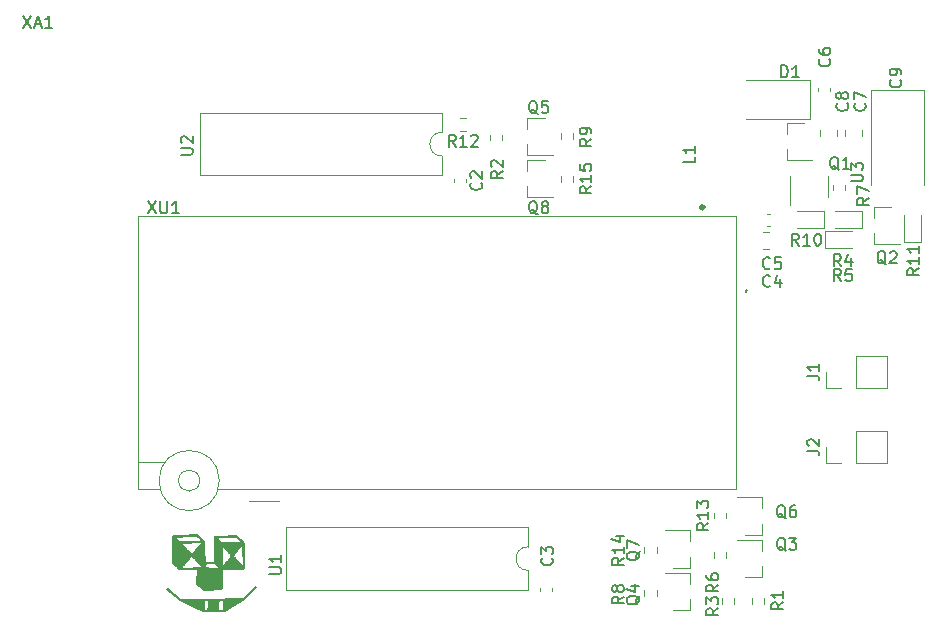
<source format=gbr>
%TF.GenerationSoftware,KiCad,Pcbnew,(5.1.9)-1*%
%TF.CreationDate,2023-04-19T23:26:57+02:00*%
%TF.ProjectId,w27c512_ardu_prog_K24DP6B78EA,77323763-3531-4325-9f61-7264755f7072,rev?*%
%TF.SameCoordinates,Original*%
%TF.FileFunction,Legend,Top*%
%TF.FilePolarity,Positive*%
%FSLAX46Y46*%
G04 Gerber Fmt 4.6, Leading zero omitted, Abs format (unit mm)*
G04 Created by KiCad (PCBNEW (5.1.9)-1) date 2023-04-19 23:26:57*
%MOMM*%
%LPD*%
G01*
G04 APERTURE LIST*
%ADD10C,0.010000*%
%ADD11C,0.120000*%
%ADD12C,0.300000*%
%ADD13C,0.150000*%
G04 APERTURE END LIST*
D10*
%TO.C,G\u002A\u002A\u002A*%
G36*
X133287547Y-107069800D02*
G01*
X133295059Y-107093778D01*
X133284731Y-107110178D01*
X133255410Y-107144849D01*
X133209584Y-107195297D01*
X133149747Y-107259023D01*
X133078388Y-107333531D01*
X132997999Y-107416325D01*
X132911070Y-107504907D01*
X132820092Y-107596782D01*
X132727557Y-107689453D01*
X132635956Y-107780423D01*
X132547778Y-107867195D01*
X132465516Y-107947273D01*
X132391661Y-108018160D01*
X132328702Y-108077360D01*
X132279132Y-108122375D01*
X132245441Y-108150710D01*
X132231551Y-108159704D01*
X132196186Y-108176832D01*
X132157238Y-108203734D01*
X132154648Y-108205868D01*
X132122892Y-108229192D01*
X132099444Y-108240867D01*
X132097040Y-108241176D01*
X132076531Y-108250076D01*
X132045131Y-108272112D01*
X132037275Y-108278529D01*
X132003911Y-108302766D01*
X131977651Y-108315375D01*
X131973934Y-108315882D01*
X131950471Y-108326085D01*
X131927941Y-108345765D01*
X131901516Y-108368178D01*
X131882856Y-108375647D01*
X131861252Y-108384351D01*
X131826995Y-108406428D01*
X131808412Y-108420471D01*
X131771058Y-108446997D01*
X131740749Y-108463078D01*
X131731651Y-108465294D01*
X131705932Y-108475026D01*
X131684686Y-108491441D01*
X131653581Y-108514945D01*
X131610983Y-108539394D01*
X131602509Y-108543494D01*
X131567761Y-108562787D01*
X131548387Y-108579551D01*
X131546941Y-108583395D01*
X131534088Y-108596148D01*
X131503667Y-108606895D01*
X131461644Y-108624469D01*
X131433000Y-108646669D01*
X131399301Y-108675289D01*
X131360480Y-108698917D01*
X131252685Y-108757035D01*
X131181600Y-108805707D01*
X131149754Y-108827822D01*
X131126888Y-108838615D01*
X131124995Y-108838824D01*
X131105082Y-108847702D01*
X131074026Y-108869691D01*
X131066099Y-108876176D01*
X131032735Y-108900414D01*
X131006475Y-108913022D01*
X131002758Y-108913529D01*
X130979045Y-108923723D01*
X130957981Y-108942068D01*
X130922981Y-108968087D01*
X130892922Y-108980453D01*
X130854402Y-108998665D01*
X130820029Y-109026620D01*
X130788528Y-109051995D01*
X130759117Y-109062932D01*
X130758467Y-109062941D01*
X130729728Y-109073602D01*
X130698922Y-109099345D01*
X130698087Y-109100294D01*
X130665609Y-109137647D01*
X128728864Y-109137647D01*
X128678235Y-109100294D01*
X128640589Y-109076690D01*
X128608990Y-109063770D01*
X128602642Y-109062941D01*
X128574100Y-109054137D01*
X128539431Y-109032845D01*
X128538074Y-109031790D01*
X128495610Y-109006278D01*
X128446097Y-108986496D01*
X128442677Y-108985534D01*
X128397265Y-108968383D01*
X128360139Y-108946460D01*
X128357000Y-108943826D01*
X128321603Y-108922895D01*
X128276232Y-108908197D01*
X128273139Y-108907613D01*
X128229457Y-108893464D01*
X128195694Y-108871943D01*
X128193722Y-108869893D01*
X128161026Y-108847197D01*
X128119016Y-108832540D01*
X128076610Y-108817738D01*
X128044600Y-108795508D01*
X128013247Y-108774619D01*
X127969380Y-108759860D01*
X127962893Y-108758673D01*
X127918376Y-108745233D01*
X127896481Y-108731981D01*
X128901435Y-108731981D01*
X128901915Y-108819512D01*
X128902917Y-108896796D01*
X128904459Y-108958820D01*
X128906554Y-109000570D01*
X128908972Y-109016739D01*
X128927758Y-109024233D01*
X128967858Y-109029466D01*
X129020838Y-109032372D01*
X129078263Y-109032886D01*
X129131697Y-109030941D01*
X129172706Y-109026473D01*
X129192855Y-109019416D01*
X129193194Y-109018946D01*
X129196275Y-109000275D01*
X129199743Y-108956518D01*
X129203334Y-108892465D01*
X129206784Y-108812906D01*
X129209830Y-108722630D01*
X129210203Y-108709616D01*
X129214221Y-108593077D01*
X129219077Y-108503675D01*
X129223716Y-108452868D01*
X130099048Y-108452868D01*
X130099716Y-108553792D01*
X130101121Y-108665242D01*
X130105118Y-109025588D01*
X130284412Y-109033789D01*
X130355493Y-109037221D01*
X130416029Y-109040483D01*
X130459556Y-109043203D01*
X130479527Y-109044995D01*
X130503306Y-109039168D01*
X130519195Y-109029324D01*
X130526713Y-109019873D01*
X130532686Y-109002338D01*
X130537376Y-108973263D01*
X130541045Y-108929193D01*
X130543955Y-108866672D01*
X130546366Y-108782246D01*
X130548541Y-108672458D01*
X130549205Y-108632947D01*
X130550867Y-108510453D01*
X130551323Y-108414880D01*
X130550477Y-108343287D01*
X130548232Y-108292733D01*
X130544493Y-108260279D01*
X130539164Y-108242983D01*
X130536361Y-108239474D01*
X130512190Y-108232646D01*
X130461753Y-108228674D01*
X130388549Y-108227746D01*
X130336031Y-108228704D01*
X130266559Y-108230293D01*
X130211963Y-108232947D01*
X130170498Y-108239909D01*
X130140418Y-108254424D01*
X130119979Y-108279733D01*
X130107434Y-108319082D01*
X130101039Y-108375712D01*
X130099048Y-108452868D01*
X129223716Y-108452868D01*
X129225013Y-108438673D01*
X129232268Y-108395332D01*
X129239716Y-108373352D01*
X129259082Y-108317329D01*
X129253613Y-108273868D01*
X129243012Y-108259106D01*
X129221696Y-108251794D01*
X129179192Y-108246240D01*
X129123228Y-108242572D01*
X129061530Y-108240918D01*
X129001825Y-108241406D01*
X128951839Y-108244166D01*
X128919298Y-108249327D01*
X128911387Y-108253587D01*
X128908651Y-108272438D01*
X128906326Y-108316143D01*
X128904429Y-108379688D01*
X128902976Y-108458059D01*
X128901982Y-108546241D01*
X128901463Y-108639220D01*
X128901435Y-108731981D01*
X127896481Y-108731981D01*
X127883596Y-108724183D01*
X127880426Y-108721000D01*
X127847345Y-108697909D01*
X127805251Y-108683129D01*
X127762845Y-108668326D01*
X127730835Y-108646096D01*
X127699482Y-108625207D01*
X127655615Y-108610448D01*
X127649128Y-108609262D01*
X127604131Y-108595379D01*
X127568484Y-108573310D01*
X127565323Y-108570109D01*
X127532484Y-108547134D01*
X127504184Y-108540000D01*
X127470662Y-108530631D01*
X127432073Y-108507590D01*
X127425901Y-108502647D01*
X127389706Y-108478129D01*
X127357522Y-108465682D01*
X127352952Y-108465294D01*
X127323250Y-108456752D01*
X127284591Y-108435493D01*
X127273765Y-108427941D01*
X127234035Y-108404129D01*
X127198121Y-108391304D01*
X127190867Y-108390588D01*
X127158536Y-108380775D01*
X127122280Y-108356793D01*
X127118294Y-108353235D01*
X127081645Y-108327973D01*
X127045833Y-108316027D01*
X127042553Y-108315882D01*
X127007919Y-108306473D01*
X126968745Y-108283346D01*
X126962725Y-108278529D01*
X126926379Y-108253997D01*
X126893882Y-108241559D01*
X126889278Y-108241176D01*
X126860878Y-108232643D01*
X126823471Y-108211534D01*
X126786520Y-108184589D01*
X126759489Y-108158547D01*
X126751368Y-108142965D01*
X126739452Y-108125538D01*
X126706759Y-108094049D01*
X126656922Y-108051674D01*
X126593574Y-108001589D01*
X126564059Y-107979203D01*
X126529094Y-107952497D01*
X126479974Y-107914383D01*
X126425923Y-107872064D01*
X126376163Y-107832746D01*
X126358409Y-107818576D01*
X126318989Y-107784644D01*
X126284744Y-107751853D01*
X126257719Y-107728159D01*
X126238030Y-107718236D01*
X126237966Y-107718235D01*
X126217811Y-107708699D01*
X126192102Y-107687469D01*
X126162183Y-107660681D01*
X126120031Y-107625783D01*
X126093412Y-107604781D01*
X126027786Y-107553730D01*
X125980813Y-107516125D01*
X125947190Y-107487551D01*
X125921614Y-107463591D01*
X125911215Y-107453029D01*
X125883630Y-107429079D01*
X125862864Y-107418775D01*
X125843689Y-107409207D01*
X125810749Y-107385142D01*
X125781762Y-107360942D01*
X125738991Y-107314655D01*
X125724908Y-107275691D01*
X125739423Y-107243322D01*
X125764933Y-107225055D01*
X125780402Y-107219182D01*
X125796801Y-107221456D01*
X125819080Y-107234984D01*
X125852187Y-107262870D01*
X125901070Y-107308220D01*
X125908219Y-107314972D01*
X125934155Y-107336466D01*
X125949962Y-107344706D01*
X125965224Y-107353736D01*
X125998838Y-107378433D01*
X126046303Y-107415210D01*
X126103119Y-107460480D01*
X126164787Y-107510655D01*
X126226807Y-107562148D01*
X126284677Y-107611371D01*
X126287311Y-107613647D01*
X126320176Y-107640628D01*
X126367815Y-107678002D01*
X126420913Y-107718482D01*
X126430559Y-107725706D01*
X126483387Y-107765912D01*
X126532179Y-107804369D01*
X126567756Y-107833818D01*
X126572229Y-107837765D01*
X126640221Y-107897156D01*
X126704924Y-107950730D01*
X126737911Y-107976485D01*
X126772392Y-108002589D01*
X126815391Y-108035239D01*
X126828397Y-108045133D01*
X126883558Y-108087119D01*
X127831071Y-108095528D01*
X128079132Y-108097464D01*
X128328305Y-108098902D01*
X128576715Y-108099858D01*
X128822486Y-108100346D01*
X129063743Y-108100384D01*
X129298613Y-108099987D01*
X129525218Y-108099172D01*
X129741686Y-108097953D01*
X129946140Y-108096347D01*
X130136706Y-108094370D01*
X130311508Y-108092038D01*
X130468673Y-108089367D01*
X130606324Y-108086372D01*
X130722587Y-108083070D01*
X130815587Y-108079476D01*
X130883449Y-108075606D01*
X130924298Y-108071477D01*
X130934353Y-108069189D01*
X130970366Y-108060704D01*
X131032532Y-108052429D01*
X131117121Y-108044564D01*
X131220401Y-108037304D01*
X131338645Y-108030848D01*
X131468120Y-108025393D01*
X131605098Y-108021136D01*
X131745849Y-108018276D01*
X131886643Y-108017008D01*
X131920783Y-108016964D01*
X132242331Y-108017059D01*
X132719598Y-107538933D01*
X132818586Y-107440130D01*
X132911707Y-107347878D01*
X132996727Y-107264343D01*
X133071410Y-107191688D01*
X133133522Y-107132076D01*
X133180827Y-107087674D01*
X133211090Y-107060643D01*
X133221445Y-107053006D01*
X133260093Y-107051568D01*
X133287547Y-107069800D01*
G37*
X133287547Y-107069800D02*
X133295059Y-107093778D01*
X133284731Y-107110178D01*
X133255410Y-107144849D01*
X133209584Y-107195297D01*
X133149747Y-107259023D01*
X133078388Y-107333531D01*
X132997999Y-107416325D01*
X132911070Y-107504907D01*
X132820092Y-107596782D01*
X132727557Y-107689453D01*
X132635956Y-107780423D01*
X132547778Y-107867195D01*
X132465516Y-107947273D01*
X132391661Y-108018160D01*
X132328702Y-108077360D01*
X132279132Y-108122375D01*
X132245441Y-108150710D01*
X132231551Y-108159704D01*
X132196186Y-108176832D01*
X132157238Y-108203734D01*
X132154648Y-108205868D01*
X132122892Y-108229192D01*
X132099444Y-108240867D01*
X132097040Y-108241176D01*
X132076531Y-108250076D01*
X132045131Y-108272112D01*
X132037275Y-108278529D01*
X132003911Y-108302766D01*
X131977651Y-108315375D01*
X131973934Y-108315882D01*
X131950471Y-108326085D01*
X131927941Y-108345765D01*
X131901516Y-108368178D01*
X131882856Y-108375647D01*
X131861252Y-108384351D01*
X131826995Y-108406428D01*
X131808412Y-108420471D01*
X131771058Y-108446997D01*
X131740749Y-108463078D01*
X131731651Y-108465294D01*
X131705932Y-108475026D01*
X131684686Y-108491441D01*
X131653581Y-108514945D01*
X131610983Y-108539394D01*
X131602509Y-108543494D01*
X131567761Y-108562787D01*
X131548387Y-108579551D01*
X131546941Y-108583395D01*
X131534088Y-108596148D01*
X131503667Y-108606895D01*
X131461644Y-108624469D01*
X131433000Y-108646669D01*
X131399301Y-108675289D01*
X131360480Y-108698917D01*
X131252685Y-108757035D01*
X131181600Y-108805707D01*
X131149754Y-108827822D01*
X131126888Y-108838615D01*
X131124995Y-108838824D01*
X131105082Y-108847702D01*
X131074026Y-108869691D01*
X131066099Y-108876176D01*
X131032735Y-108900414D01*
X131006475Y-108913022D01*
X131002758Y-108913529D01*
X130979045Y-108923723D01*
X130957981Y-108942068D01*
X130922981Y-108968087D01*
X130892922Y-108980453D01*
X130854402Y-108998665D01*
X130820029Y-109026620D01*
X130788528Y-109051995D01*
X130759117Y-109062932D01*
X130758467Y-109062941D01*
X130729728Y-109073602D01*
X130698922Y-109099345D01*
X130698087Y-109100294D01*
X130665609Y-109137647D01*
X128728864Y-109137647D01*
X128678235Y-109100294D01*
X128640589Y-109076690D01*
X128608990Y-109063770D01*
X128602642Y-109062941D01*
X128574100Y-109054137D01*
X128539431Y-109032845D01*
X128538074Y-109031790D01*
X128495610Y-109006278D01*
X128446097Y-108986496D01*
X128442677Y-108985534D01*
X128397265Y-108968383D01*
X128360139Y-108946460D01*
X128357000Y-108943826D01*
X128321603Y-108922895D01*
X128276232Y-108908197D01*
X128273139Y-108907613D01*
X128229457Y-108893464D01*
X128195694Y-108871943D01*
X128193722Y-108869893D01*
X128161026Y-108847197D01*
X128119016Y-108832540D01*
X128076610Y-108817738D01*
X128044600Y-108795508D01*
X128013247Y-108774619D01*
X127969380Y-108759860D01*
X127962893Y-108758673D01*
X127918376Y-108745233D01*
X127896481Y-108731981D01*
X128901435Y-108731981D01*
X128901915Y-108819512D01*
X128902917Y-108896796D01*
X128904459Y-108958820D01*
X128906554Y-109000570D01*
X128908972Y-109016739D01*
X128927758Y-109024233D01*
X128967858Y-109029466D01*
X129020838Y-109032372D01*
X129078263Y-109032886D01*
X129131697Y-109030941D01*
X129172706Y-109026473D01*
X129192855Y-109019416D01*
X129193194Y-109018946D01*
X129196275Y-109000275D01*
X129199743Y-108956518D01*
X129203334Y-108892465D01*
X129206784Y-108812906D01*
X129209830Y-108722630D01*
X129210203Y-108709616D01*
X129214221Y-108593077D01*
X129219077Y-108503675D01*
X129223716Y-108452868D01*
X130099048Y-108452868D01*
X130099716Y-108553792D01*
X130101121Y-108665242D01*
X130105118Y-109025588D01*
X130284412Y-109033789D01*
X130355493Y-109037221D01*
X130416029Y-109040483D01*
X130459556Y-109043203D01*
X130479527Y-109044995D01*
X130503306Y-109039168D01*
X130519195Y-109029324D01*
X130526713Y-109019873D01*
X130532686Y-109002338D01*
X130537376Y-108973263D01*
X130541045Y-108929193D01*
X130543955Y-108866672D01*
X130546366Y-108782246D01*
X130548541Y-108672458D01*
X130549205Y-108632947D01*
X130550867Y-108510453D01*
X130551323Y-108414880D01*
X130550477Y-108343287D01*
X130548232Y-108292733D01*
X130544493Y-108260279D01*
X130539164Y-108242983D01*
X130536361Y-108239474D01*
X130512190Y-108232646D01*
X130461753Y-108228674D01*
X130388549Y-108227746D01*
X130336031Y-108228704D01*
X130266559Y-108230293D01*
X130211963Y-108232947D01*
X130170498Y-108239909D01*
X130140418Y-108254424D01*
X130119979Y-108279733D01*
X130107434Y-108319082D01*
X130101039Y-108375712D01*
X130099048Y-108452868D01*
X129223716Y-108452868D01*
X129225013Y-108438673D01*
X129232268Y-108395332D01*
X129239716Y-108373352D01*
X129259082Y-108317329D01*
X129253613Y-108273868D01*
X129243012Y-108259106D01*
X129221696Y-108251794D01*
X129179192Y-108246240D01*
X129123228Y-108242572D01*
X129061530Y-108240918D01*
X129001825Y-108241406D01*
X128951839Y-108244166D01*
X128919298Y-108249327D01*
X128911387Y-108253587D01*
X128908651Y-108272438D01*
X128906326Y-108316143D01*
X128904429Y-108379688D01*
X128902976Y-108458059D01*
X128901982Y-108546241D01*
X128901463Y-108639220D01*
X128901435Y-108731981D01*
X127896481Y-108731981D01*
X127883596Y-108724183D01*
X127880426Y-108721000D01*
X127847345Y-108697909D01*
X127805251Y-108683129D01*
X127762845Y-108668326D01*
X127730835Y-108646096D01*
X127699482Y-108625207D01*
X127655615Y-108610448D01*
X127649128Y-108609262D01*
X127604131Y-108595379D01*
X127568484Y-108573310D01*
X127565323Y-108570109D01*
X127532484Y-108547134D01*
X127504184Y-108540000D01*
X127470662Y-108530631D01*
X127432073Y-108507590D01*
X127425901Y-108502647D01*
X127389706Y-108478129D01*
X127357522Y-108465682D01*
X127352952Y-108465294D01*
X127323250Y-108456752D01*
X127284591Y-108435493D01*
X127273765Y-108427941D01*
X127234035Y-108404129D01*
X127198121Y-108391304D01*
X127190867Y-108390588D01*
X127158536Y-108380775D01*
X127122280Y-108356793D01*
X127118294Y-108353235D01*
X127081645Y-108327973D01*
X127045833Y-108316027D01*
X127042553Y-108315882D01*
X127007919Y-108306473D01*
X126968745Y-108283346D01*
X126962725Y-108278529D01*
X126926379Y-108253997D01*
X126893882Y-108241559D01*
X126889278Y-108241176D01*
X126860878Y-108232643D01*
X126823471Y-108211534D01*
X126786520Y-108184589D01*
X126759489Y-108158547D01*
X126751368Y-108142965D01*
X126739452Y-108125538D01*
X126706759Y-108094049D01*
X126656922Y-108051674D01*
X126593574Y-108001589D01*
X126564059Y-107979203D01*
X126529094Y-107952497D01*
X126479974Y-107914383D01*
X126425923Y-107872064D01*
X126376163Y-107832746D01*
X126358409Y-107818576D01*
X126318989Y-107784644D01*
X126284744Y-107751853D01*
X126257719Y-107728159D01*
X126238030Y-107718236D01*
X126237966Y-107718235D01*
X126217811Y-107708699D01*
X126192102Y-107687469D01*
X126162183Y-107660681D01*
X126120031Y-107625783D01*
X126093412Y-107604781D01*
X126027786Y-107553730D01*
X125980813Y-107516125D01*
X125947190Y-107487551D01*
X125921614Y-107463591D01*
X125911215Y-107453029D01*
X125883630Y-107429079D01*
X125862864Y-107418775D01*
X125843689Y-107409207D01*
X125810749Y-107385142D01*
X125781762Y-107360942D01*
X125738991Y-107314655D01*
X125724908Y-107275691D01*
X125739423Y-107243322D01*
X125764933Y-107225055D01*
X125780402Y-107219182D01*
X125796801Y-107221456D01*
X125819080Y-107234984D01*
X125852187Y-107262870D01*
X125901070Y-107308220D01*
X125908219Y-107314972D01*
X125934155Y-107336466D01*
X125949962Y-107344706D01*
X125965224Y-107353736D01*
X125998838Y-107378433D01*
X126046303Y-107415210D01*
X126103119Y-107460480D01*
X126164787Y-107510655D01*
X126226807Y-107562148D01*
X126284677Y-107611371D01*
X126287311Y-107613647D01*
X126320176Y-107640628D01*
X126367815Y-107678002D01*
X126420913Y-107718482D01*
X126430559Y-107725706D01*
X126483387Y-107765912D01*
X126532179Y-107804369D01*
X126567756Y-107833818D01*
X126572229Y-107837765D01*
X126640221Y-107897156D01*
X126704924Y-107950730D01*
X126737911Y-107976485D01*
X126772392Y-108002589D01*
X126815391Y-108035239D01*
X126828397Y-108045133D01*
X126883558Y-108087119D01*
X127831071Y-108095528D01*
X128079132Y-108097464D01*
X128328305Y-108098902D01*
X128576715Y-108099858D01*
X128822486Y-108100346D01*
X129063743Y-108100384D01*
X129298613Y-108099987D01*
X129525218Y-108099172D01*
X129741686Y-108097953D01*
X129946140Y-108096347D01*
X130136706Y-108094370D01*
X130311508Y-108092038D01*
X130468673Y-108089367D01*
X130606324Y-108086372D01*
X130722587Y-108083070D01*
X130815587Y-108079476D01*
X130883449Y-108075606D01*
X130924298Y-108071477D01*
X130934353Y-108069189D01*
X130970366Y-108060704D01*
X131032532Y-108052429D01*
X131117121Y-108044564D01*
X131220401Y-108037304D01*
X131338645Y-108030848D01*
X131468120Y-108025393D01*
X131605098Y-108021136D01*
X131745849Y-108018276D01*
X131886643Y-108017008D01*
X131920783Y-108016964D01*
X132242331Y-108017059D01*
X132719598Y-107538933D01*
X132818586Y-107440130D01*
X132911707Y-107347878D01*
X132996727Y-107264343D01*
X133071410Y-107191688D01*
X133133522Y-107132076D01*
X133180827Y-107087674D01*
X133211090Y-107060643D01*
X133221445Y-107053006D01*
X133260093Y-107051568D01*
X133287547Y-107069800D01*
G36*
X128399999Y-102741183D02*
G01*
X128463776Y-102796298D01*
X128531368Y-102856342D01*
X128591776Y-102911490D01*
X128613257Y-102931683D01*
X128671883Y-102987308D01*
X128738301Y-103049991D01*
X128798423Y-103106436D01*
X128800022Y-103107932D01*
X128894882Y-103196628D01*
X128906273Y-103384343D01*
X128911628Y-103481101D01*
X128917518Y-103602435D01*
X128923739Y-103743049D01*
X128930084Y-103897647D01*
X128936350Y-104060933D01*
X128942331Y-104227610D01*
X128947821Y-104392381D01*
X128952615Y-104549951D01*
X128955491Y-104654787D01*
X128959015Y-104762963D01*
X128963435Y-104854307D01*
X128968519Y-104925555D01*
X128974034Y-104973444D01*
X128979738Y-104994698D01*
X128999780Y-105001237D01*
X129044751Y-105006553D01*
X129109723Y-105010656D01*
X129189768Y-105013553D01*
X129279957Y-105015252D01*
X129375363Y-105015760D01*
X129471057Y-105015086D01*
X129562111Y-105013238D01*
X129643597Y-105010223D01*
X129710587Y-105006048D01*
X129758152Y-105000723D01*
X129781365Y-104994254D01*
X129782259Y-104993426D01*
X129785793Y-104980261D01*
X129788726Y-104949109D01*
X129791071Y-104898607D01*
X129792844Y-104827395D01*
X129794056Y-104734111D01*
X129794722Y-104617395D01*
X129794855Y-104475884D01*
X129794819Y-104460166D01*
X130394998Y-104460166D01*
X130395004Y-104472843D01*
X130395235Y-104628803D01*
X130395750Y-104775883D01*
X130396518Y-104911354D01*
X130397511Y-105032491D01*
X130398699Y-105136564D01*
X130400052Y-105220848D01*
X130401540Y-105282615D01*
X130403134Y-105319138D01*
X130404299Y-105328225D01*
X130424368Y-105341990D01*
X130453319Y-105330506D01*
X130492695Y-105292970D01*
X130509187Y-105273574D01*
X130572244Y-105198703D01*
X130636357Y-105127588D01*
X130666470Y-105095533D01*
X130687651Y-105069034D01*
X130695294Y-105052282D01*
X130704704Y-105033222D01*
X130725573Y-105007984D01*
X130748529Y-104982569D01*
X130784267Y-104941252D01*
X130826603Y-104891221D01*
X130845927Y-104868060D01*
X130905443Y-104797055D01*
X130954435Y-104740407D01*
X131000898Y-104689020D01*
X131039999Y-104647298D01*
X131061168Y-104620946D01*
X131068824Y-104604447D01*
X131077908Y-104586612D01*
X131100843Y-104556056D01*
X131113647Y-104540953D01*
X131148108Y-104492092D01*
X131159443Y-104446332D01*
X131157834Y-104440197D01*
X131371020Y-104440197D01*
X131388296Y-104479388D01*
X131429705Y-104528866D01*
X131434590Y-104533945D01*
X131493627Y-104595343D01*
X131562475Y-104667756D01*
X131637491Y-104747272D01*
X131715031Y-104829977D01*
X131791453Y-104911961D01*
X131863113Y-104989309D01*
X131926368Y-105058111D01*
X131977575Y-105114454D01*
X132013090Y-105154425D01*
X132021098Y-105163774D01*
X132042101Y-105189277D01*
X132071279Y-105225295D01*
X132079112Y-105235044D01*
X132118143Y-105271854D01*
X132150307Y-105279867D01*
X132159361Y-105278004D01*
X132166452Y-105273154D01*
X132171768Y-105262107D01*
X132175496Y-105241651D01*
X132177823Y-105208573D01*
X132178938Y-105159662D01*
X132179026Y-105091707D01*
X132178275Y-105001496D01*
X132176873Y-104885818D01*
X132176219Y-104835394D01*
X132174105Y-104698877D01*
X132171579Y-104589247D01*
X132168475Y-104503507D01*
X132164626Y-104438663D01*
X132159868Y-104391719D01*
X132154033Y-104359679D01*
X132148983Y-104343942D01*
X132141674Y-104320039D01*
X132136332Y-104285753D01*
X132132783Y-104237273D01*
X132130856Y-104170790D01*
X132130377Y-104082493D01*
X132131175Y-103968571D01*
X132131337Y-103954001D01*
X132131978Y-103855729D01*
X132131639Y-103767071D01*
X132130413Y-103692534D01*
X132128391Y-103636621D01*
X132125665Y-103603838D01*
X132124074Y-103597541D01*
X132099590Y-103580121D01*
X132065834Y-103589735D01*
X132024522Y-103625628D01*
X132003653Y-103650500D01*
X131961809Y-103702454D01*
X131912922Y-103760679D01*
X131882045Y-103796176D01*
X131840021Y-103844944D01*
X131789586Y-103905540D01*
X131740573Y-103966124D01*
X131733168Y-103975471D01*
X131669067Y-104055203D01*
X131605665Y-104131413D01*
X131547698Y-104198574D01*
X131499905Y-104251161D01*
X131475971Y-104275455D01*
X131452249Y-104302349D01*
X131442353Y-104321935D01*
X131442353Y-104321962D01*
X131432389Y-104341060D01*
X131408092Y-104368458D01*
X131405000Y-104371412D01*
X131376911Y-104405978D01*
X131371020Y-104440197D01*
X131157834Y-104440197D01*
X131146899Y-104398507D01*
X131109726Y-104343449D01*
X131080029Y-104309834D01*
X131035329Y-104261588D01*
X130979403Y-104200643D01*
X130920989Y-104136539D01*
X130889529Y-104101803D01*
X130833691Y-104040313D01*
X130775307Y-103976575D01*
X130723099Y-103920088D01*
X130699113Y-103894420D01*
X130661727Y-103853365D01*
X130634013Y-103820440D01*
X130621049Y-103801735D01*
X130620672Y-103800292D01*
X130610851Y-103785423D01*
X130584698Y-103754992D01*
X130547057Y-103714519D01*
X130529689Y-103696571D01*
X130481773Y-103649787D01*
X130448808Y-103623493D01*
X130426910Y-103614979D01*
X130416688Y-103617749D01*
X130411899Y-103623977D01*
X130407843Y-103637562D01*
X130404464Y-103660742D01*
X130401706Y-103695756D01*
X130399511Y-103744840D01*
X130397823Y-103810233D01*
X130396585Y-103894174D01*
X130395740Y-103998899D01*
X130395232Y-104126647D01*
X130395004Y-104279657D01*
X130394998Y-104460166D01*
X129794819Y-104460166D01*
X129794469Y-104308217D01*
X129793577Y-104113034D01*
X129792606Y-103951279D01*
X129791427Y-103777676D01*
X129790198Y-103611710D01*
X129788945Y-103455983D01*
X129787694Y-103313097D01*
X129786471Y-103185655D01*
X129785300Y-103076259D01*
X129784208Y-102987510D01*
X129783704Y-102954054D01*
X130025153Y-102954054D01*
X130025605Y-102978900D01*
X130049340Y-103014243D01*
X130087544Y-103055332D01*
X130128851Y-103097349D01*
X130181969Y-103151738D01*
X130237978Y-103209354D01*
X130261614Y-103233760D01*
X130311140Y-103283892D01*
X130345847Y-103315338D01*
X130370905Y-103331628D01*
X130391482Y-103336294D01*
X130408350Y-103333989D01*
X130431485Y-103331648D01*
X130481217Y-103328897D01*
X130554266Y-103325846D01*
X130647352Y-103322603D01*
X130757196Y-103319277D01*
X130880515Y-103315978D01*
X131014031Y-103312815D01*
X131101588Y-103310947D01*
X131278218Y-103307040D01*
X131426303Y-103303097D01*
X131547182Y-103299057D01*
X131642194Y-103294857D01*
X131712677Y-103290436D01*
X131759968Y-103285733D01*
X131785407Y-103280686D01*
X131788456Y-103279391D01*
X131827564Y-103267113D01*
X131873938Y-103263105D01*
X131874119Y-103263112D01*
X131915012Y-103259933D01*
X131944291Y-103249580D01*
X131945516Y-103248638D01*
X131963938Y-103217520D01*
X131957422Y-103183511D01*
X131931676Y-103159331D01*
X131896974Y-103134040D01*
X131878535Y-103113982D01*
X131854141Y-103091910D01*
X131837447Y-103086471D01*
X131818095Y-103079438D01*
X131815882Y-103073913D01*
X131805098Y-103059691D01*
X131775964Y-103031156D01*
X131733307Y-102992855D01*
X131696183Y-102961158D01*
X131576484Y-102860962D01*
X131184448Y-102868714D01*
X130964381Y-102874178D01*
X130758721Y-102881812D01*
X130555619Y-102892198D01*
X130343226Y-102905919D01*
X130179973Y-102918027D01*
X130100689Y-102926065D01*
X130049632Y-102937258D01*
X130025153Y-102954054D01*
X129783704Y-102954054D01*
X129783220Y-102922013D01*
X129782363Y-102882368D01*
X129781957Y-102872542D01*
X129785084Y-102824408D01*
X129799587Y-102801800D01*
X129819327Y-102798494D01*
X129865363Y-102795469D01*
X129934107Y-102792821D01*
X130021973Y-102790645D01*
X130125375Y-102789036D01*
X130240725Y-102788090D01*
X130322175Y-102787876D01*
X130464570Y-102787575D01*
X130579833Y-102786744D01*
X130670715Y-102785278D01*
X130739965Y-102783070D01*
X130790331Y-102780014D01*
X130824563Y-102776003D01*
X130845409Y-102770931D01*
X130852587Y-102767367D01*
X130872248Y-102760025D01*
X130909867Y-102753744D01*
X130968029Y-102748317D01*
X131049318Y-102743539D01*
X131156318Y-102739201D01*
X131235910Y-102736665D01*
X131589761Y-102726243D01*
X131646792Y-102768377D01*
X131689644Y-102802095D01*
X131741017Y-102845370D01*
X131777269Y-102877520D01*
X131824084Y-102920147D01*
X131869621Y-102961476D01*
X131896799Y-102986041D01*
X131931957Y-103017745D01*
X131960814Y-103043819D01*
X131965294Y-103047878D01*
X131999861Y-103077629D01*
X132049915Y-103118825D01*
X132107155Y-103164826D01*
X132163278Y-103208995D01*
X132209983Y-103244692D01*
X132226765Y-103256972D01*
X132232867Y-103262087D01*
X132238118Y-103269572D01*
X132242618Y-103281660D01*
X132246464Y-103300587D01*
X132249755Y-103328587D01*
X132252589Y-103367895D01*
X132255064Y-103420746D01*
X132257280Y-103489373D01*
X132259334Y-103576011D01*
X132261325Y-103682896D01*
X132263352Y-103812262D01*
X132265511Y-103966343D01*
X132267903Y-104147374D01*
X132268710Y-104209576D01*
X132271337Y-104404828D01*
X132273828Y-104572288D01*
X132276258Y-104714048D01*
X132278698Y-104832199D01*
X132281223Y-104928830D01*
X132283903Y-105006032D01*
X132286814Y-105065897D01*
X132290026Y-105110514D01*
X132293614Y-105141974D01*
X132297650Y-105162368D01*
X132302207Y-105173786D01*
X132302328Y-105173974D01*
X132314480Y-105207335D01*
X132321537Y-105263961D01*
X132323881Y-105346963D01*
X132323882Y-105349533D01*
X132323456Y-105418410D01*
X132319596Y-105469553D01*
X132308432Y-105505599D01*
X132286093Y-105529190D01*
X132248708Y-105542963D01*
X132192408Y-105549558D01*
X132113320Y-105551614D01*
X132027288Y-105551765D01*
X131942437Y-105552762D01*
X131864866Y-105555511D01*
X131800986Y-105559649D01*
X131757207Y-105564812D01*
X131744428Y-105567811D01*
X131707634Y-105576094D01*
X131651770Y-105583535D01*
X131587646Y-105588759D01*
X131574111Y-105589447D01*
X131509395Y-105592765D01*
X131425808Y-105597632D01*
X131334278Y-105603385D01*
X131248118Y-105609196D01*
X131167396Y-105613786D01*
X131065767Y-105617928D01*
X130952205Y-105621349D01*
X130835684Y-105623777D01*
X130730741Y-105624913D01*
X130616665Y-105625989D01*
X130529772Y-105628060D01*
X130467371Y-105631289D01*
X130426775Y-105635843D01*
X130405295Y-105641886D01*
X130401140Y-105645147D01*
X130397091Y-105665813D01*
X130394426Y-105712347D01*
X130393038Y-105780773D01*
X130392817Y-105867114D01*
X130393655Y-105967393D01*
X130395443Y-106077634D01*
X130398073Y-106193860D01*
X130401436Y-106312094D01*
X130405422Y-106428360D01*
X130409925Y-106538681D01*
X130414834Y-106639080D01*
X130420042Y-106725581D01*
X130425439Y-106794208D01*
X130430917Y-106840982D01*
X130434256Y-106857098D01*
X130447329Y-106920550D01*
X130454363Y-106997503D01*
X130455188Y-107076946D01*
X130449633Y-107147871D01*
X130439461Y-107194131D01*
X130415677Y-107234212D01*
X130386194Y-107256126D01*
X130358731Y-107261020D01*
X130307702Y-107265157D01*
X130239419Y-107268203D01*
X130160196Y-107269824D01*
X130123882Y-107270000D01*
X130040874Y-107270900D01*
X129965096Y-107273374D01*
X129903181Y-107277087D01*
X129861765Y-107281700D01*
X129852178Y-107283795D01*
X129792554Y-107300083D01*
X129730985Y-107313025D01*
X129662214Y-107323222D01*
X129580988Y-107331274D01*
X129482051Y-107337780D01*
X129360150Y-107343340D01*
X129315970Y-107344998D01*
X129217281Y-107348869D01*
X129126852Y-107352998D01*
X129049590Y-107357116D01*
X128990398Y-107360952D01*
X128954184Y-107364235D01*
X128947176Y-107365345D01*
X128903316Y-107366198D01*
X128874560Y-107359092D01*
X128850343Y-107343971D01*
X128808747Y-107312819D01*
X128754584Y-107269615D01*
X128692671Y-107218337D01*
X128627823Y-107162963D01*
X128564854Y-107107470D01*
X128516464Y-107063235D01*
X128481551Y-107032100D01*
X128432956Y-106990610D01*
X128380376Y-106947026D01*
X128373086Y-106941095D01*
X128325653Y-106899328D01*
X128286405Y-106858785D01*
X128262436Y-106826944D01*
X128259882Y-106821764D01*
X128253237Y-106787614D01*
X128249631Y-106726586D01*
X128249003Y-106641523D01*
X128251291Y-106535267D01*
X128256432Y-106410663D01*
X128264363Y-106270551D01*
X128275022Y-106117777D01*
X128275457Y-106112059D01*
X128282086Y-106015262D01*
X128287901Y-105911912D01*
X128292320Y-105813630D01*
X128294762Y-105732039D01*
X128294899Y-105723588D01*
X128297235Y-105559235D01*
X128073118Y-105554851D01*
X127985279Y-105554301D01*
X127905289Y-105555971D01*
X127839927Y-105559586D01*
X127795974Y-105564868D01*
X127789235Y-105566388D01*
X127755086Y-105571837D01*
X127697145Y-105577147D01*
X127621501Y-105581923D01*
X127534245Y-105585775D01*
X127453059Y-105588078D01*
X127350069Y-105590663D01*
X127243287Y-105594093D01*
X127141931Y-105598024D01*
X127055218Y-105602108D01*
X127010905Y-105604692D01*
X126937988Y-105609124D01*
X126887552Y-105610491D01*
X126852271Y-105607901D01*
X126824824Y-105600462D01*
X126797885Y-105587282D01*
X126779317Y-105576481D01*
X126732534Y-105544796D01*
X126677964Y-105502213D01*
X126636503Y-105466153D01*
X126606430Y-105438881D01*
X126990627Y-105438881D01*
X126992777Y-105448094D01*
X126995475Y-105455140D01*
X127012560Y-105462096D01*
X127055079Y-105467888D01*
X127118607Y-105472517D01*
X127198717Y-105475984D01*
X127290985Y-105478290D01*
X127390985Y-105479438D01*
X127494291Y-105479428D01*
X127596477Y-105478262D01*
X127693118Y-105475942D01*
X127779789Y-105472468D01*
X127852063Y-105467842D01*
X127905516Y-105462067D01*
X127935722Y-105455142D01*
X127936389Y-105454838D01*
X127959506Y-105447124D01*
X127994685Y-105441070D01*
X128045492Y-105436438D01*
X128115489Y-105432989D01*
X128208242Y-105430486D01*
X128327118Y-105428691D01*
X128670765Y-105424765D01*
X128675613Y-105382427D01*
X128674893Y-105362040D01*
X128665799Y-105339699D01*
X128658598Y-105329749D01*
X128968757Y-105329749D01*
X128975428Y-105380971D01*
X128994897Y-105412120D01*
X129030122Y-105427701D01*
X129084059Y-105432217D01*
X129088992Y-105432235D01*
X129143747Y-105435757D01*
X129192891Y-105444718D01*
X129211410Y-105450912D01*
X129243917Y-105458346D01*
X129305904Y-105464843D01*
X129397476Y-105470411D01*
X129518736Y-105475055D01*
X129627000Y-105477888D01*
X129757017Y-105480835D01*
X129860256Y-105483111D01*
X129939818Y-105484492D01*
X129998805Y-105484756D01*
X130040318Y-105483679D01*
X130067458Y-105481038D01*
X130083327Y-105476612D01*
X130091025Y-105470176D01*
X130093653Y-105461508D01*
X130094314Y-105450385D01*
X130094825Y-105444266D01*
X130093414Y-105422146D01*
X130081584Y-105397566D01*
X130055741Y-105365628D01*
X130012288Y-105321435D01*
X129986501Y-105296690D01*
X129939586Y-105250427D01*
X129902191Y-105210322D01*
X129878931Y-105181522D01*
X129873529Y-105170695D01*
X129871506Y-105154390D01*
X129863391Y-105141488D01*
X129846116Y-105131616D01*
X129816615Y-105124402D01*
X129771819Y-105119473D01*
X129708662Y-105116457D01*
X129624076Y-105114982D01*
X129514993Y-105114676D01*
X129414638Y-105114992D01*
X129306487Y-105115897D01*
X129208168Y-105117519D01*
X129123625Y-105119729D01*
X129056803Y-105122397D01*
X129011644Y-105125394D01*
X128992093Y-105128592D01*
X128991742Y-105128865D01*
X128985414Y-105148666D01*
X128978632Y-105189982D01*
X128972712Y-105244495D01*
X128971927Y-105253953D01*
X128968757Y-105329749D01*
X128658598Y-105329749D01*
X128645093Y-105311089D01*
X128609538Y-105271898D01*
X128555895Y-105217810D01*
X128541142Y-105203285D01*
X128482214Y-105144595D01*
X128425235Y-105086395D01*
X128376765Y-105035474D01*
X128343773Y-104999094D01*
X128313352Y-104965126D01*
X128267116Y-104915172D01*
X128210129Y-104854625D01*
X128147451Y-104788878D01*
X128109276Y-104749239D01*
X128049612Y-104686760D01*
X127996578Y-104629761D01*
X127954026Y-104582496D01*
X127925809Y-104549222D01*
X127916536Y-104536327D01*
X127888023Y-104511309D01*
X127853398Y-104505882D01*
X127824633Y-104510353D01*
X127794440Y-104526576D01*
X127756538Y-104558762D01*
X127719453Y-104595728D01*
X127679565Y-104638148D01*
X127649284Y-104672779D01*
X127633528Y-104693903D01*
X127632353Y-104696982D01*
X127622483Y-104712865D01*
X127596998Y-104741959D01*
X127571719Y-104767754D01*
X127532300Y-104809029D01*
X127498201Y-104849268D01*
X127484772Y-104867720D01*
X127463262Y-104896097D01*
X127427049Y-104939045D01*
X127382125Y-104989577D01*
X127354905Y-105019110D01*
X127257879Y-105122929D01*
X127179355Y-105207158D01*
X127117464Y-105274067D01*
X127070335Y-105325924D01*
X127036096Y-105365000D01*
X127012876Y-105393564D01*
X126998805Y-105413886D01*
X126992013Y-105428235D01*
X126990627Y-105438881D01*
X126606430Y-105438881D01*
X126581107Y-105415917D01*
X126519263Y-105361381D01*
X126480004Y-105327647D01*
X126432985Y-105286488D01*
X126389829Y-105246332D01*
X126363144Y-105219324D01*
X126334574Y-105192319D01*
X126312208Y-105178649D01*
X126309527Y-105178235D01*
X126289552Y-105168270D01*
X126260279Y-105143531D01*
X126252312Y-105135518D01*
X126211387Y-105092802D01*
X126215899Y-103951430D01*
X126216771Y-103735174D01*
X126217634Y-103546821D01*
X126218478Y-103404567D01*
X127008639Y-103404567D01*
X127008898Y-103422349D01*
X127024060Y-103448675D01*
X127056303Y-103486940D01*
X127107804Y-103540541D01*
X127131824Y-103564588D01*
X127181134Y-103614681D01*
X127221516Y-103657679D01*
X127248801Y-103689006D01*
X127258823Y-103704085D01*
X127258824Y-103704085D01*
X127268860Y-103718798D01*
X127296458Y-103750347D01*
X127337850Y-103794640D01*
X127389268Y-103847583D01*
X127411971Y-103870438D01*
X127480758Y-103939969D01*
X127555022Y-104016226D01*
X127625857Y-104089998D01*
X127684354Y-104152074D01*
X127684647Y-104152390D01*
X127733565Y-104203066D01*
X127777041Y-104244410D01*
X127810182Y-104272003D01*
X127827574Y-104281456D01*
X127850454Y-104271095D01*
X127882456Y-104244381D01*
X127900194Y-104225735D01*
X127998476Y-104114504D01*
X128077700Y-104026255D01*
X128137885Y-103960969D01*
X128179047Y-103918626D01*
X128188912Y-103909270D01*
X128215818Y-103881226D01*
X128229547Y-103860187D01*
X128230000Y-103857700D01*
X128239531Y-103840774D01*
X128264758Y-103808677D01*
X128300631Y-103767746D01*
X128308441Y-103759270D01*
X128361083Y-103701638D01*
X128418870Y-103636920D01*
X128461588Y-103588019D01*
X128511717Y-103531709D01*
X128567539Y-103471904D01*
X128610653Y-103427877D01*
X128649950Y-103387144D01*
X128669833Y-103359975D01*
X128673683Y-103340609D01*
X128668789Y-103328836D01*
X128642433Y-103307337D01*
X128624313Y-103303118D01*
X128602279Y-103303544D01*
X128554606Y-103304745D01*
X128485521Y-103306606D01*
X128399254Y-103309009D01*
X128300034Y-103311839D01*
X128194983Y-103314896D01*
X128065477Y-103319081D01*
X127963004Y-103323325D01*
X127884716Y-103327844D01*
X127827766Y-103332854D01*
X127789305Y-103338573D01*
X127766485Y-103345216D01*
X127761612Y-103347835D01*
X127743147Y-103355223D01*
X127710573Y-103361196D01*
X127660699Y-103365985D01*
X127590332Y-103369823D01*
X127496278Y-103372944D01*
X127383354Y-103375433D01*
X127284102Y-103377686D01*
X127194559Y-103380491D01*
X127119149Y-103383647D01*
X127062291Y-103386952D01*
X127028408Y-103390205D01*
X127021107Y-103391935D01*
X127008639Y-103404567D01*
X126218478Y-103404567D01*
X126218598Y-103384392D01*
X126219772Y-103245910D01*
X126221268Y-103129394D01*
X126223195Y-103032867D01*
X126225662Y-102954348D01*
X126228619Y-102895084D01*
X126481882Y-102895084D01*
X126492025Y-102912729D01*
X126519443Y-102946216D01*
X126559624Y-102990938D01*
X126608057Y-103042286D01*
X126660228Y-103095653D01*
X126711625Y-103146431D01*
X126757735Y-103190011D01*
X126794046Y-103221786D01*
X126816045Y-103237148D01*
X126817325Y-103237617D01*
X126846436Y-103241369D01*
X126895698Y-103242946D01*
X126955441Y-103242089D01*
X126967471Y-103241617D01*
X127011202Y-103240160D01*
X127080302Y-103238422D01*
X127170256Y-103236489D01*
X127276552Y-103234451D01*
X127394678Y-103232396D01*
X127520121Y-103230410D01*
X127606735Y-103229153D01*
X127749169Y-103226983D01*
X127864653Y-103224750D01*
X127956122Y-103222294D01*
X128026506Y-103219453D01*
X128078741Y-103216069D01*
X128115758Y-103211981D01*
X128140491Y-103207030D01*
X128155872Y-103201054D01*
X128159148Y-103199006D01*
X128180808Y-103188937D01*
X128215193Y-103182126D01*
X128267217Y-103178080D01*
X128341795Y-103176307D01*
X128387351Y-103176118D01*
X128486859Y-103174328D01*
X128558910Y-103168619D01*
X128605733Y-103158480D01*
X128629558Y-103143399D01*
X128632616Y-103122866D01*
X128631732Y-103120120D01*
X128619152Y-103105078D01*
X128588164Y-103073940D01*
X128542683Y-103030473D01*
X128486624Y-102978447D01*
X128448702Y-102943933D01*
X128271464Y-102783785D01*
X127807329Y-102786602D01*
X127691471Y-102787740D01*
X127584490Y-102789621D01*
X127490251Y-102792111D01*
X127412620Y-102795078D01*
X127355460Y-102798389D01*
X127322636Y-102801910D01*
X127316933Y-102803474D01*
X127289746Y-102810298D01*
X127242324Y-102815295D01*
X127184297Y-102817498D01*
X127176647Y-102817529D01*
X127118044Y-102819277D01*
X127068898Y-102823889D01*
X127038800Y-102830417D01*
X127036806Y-102831347D01*
X127013696Y-102836372D01*
X126966321Y-102841421D01*
X126900298Y-102846073D01*
X126821241Y-102849908D01*
X126763069Y-102851831D01*
X126663893Y-102854902D01*
X126590780Y-102858406D01*
X126539909Y-102862929D01*
X126507462Y-102869059D01*
X126489620Y-102877384D01*
X126482561Y-102888491D01*
X126481882Y-102895084D01*
X126228619Y-102895084D01*
X126228780Y-102891861D01*
X126232659Y-102843425D01*
X126237408Y-102807062D01*
X126243138Y-102780793D01*
X126249958Y-102762640D01*
X126257979Y-102750624D01*
X126267309Y-102742765D01*
X126278061Y-102737085D01*
X126283497Y-102734667D01*
X126304421Y-102731683D01*
X126351490Y-102728621D01*
X126420968Y-102725607D01*
X126509118Y-102722769D01*
X126612203Y-102720232D01*
X126726488Y-102718123D01*
X126803118Y-102717065D01*
X126954113Y-102714873D01*
X127077711Y-102712199D01*
X127176394Y-102708925D01*
X127252645Y-102704933D01*
X127308945Y-102700105D01*
X127347778Y-102694323D01*
X127363412Y-102690445D01*
X127398166Y-102683706D01*
X127457690Y-102676431D01*
X127536884Y-102668952D01*
X127630646Y-102661601D01*
X127733876Y-102654709D01*
X127841475Y-102648608D01*
X127948342Y-102643628D01*
X128049377Y-102640103D01*
X128139479Y-102638362D01*
X128166687Y-102638235D01*
X128278644Y-102638235D01*
X128399999Y-102741183D01*
G37*
X128399999Y-102741183D02*
X128463776Y-102796298D01*
X128531368Y-102856342D01*
X128591776Y-102911490D01*
X128613257Y-102931683D01*
X128671883Y-102987308D01*
X128738301Y-103049991D01*
X128798423Y-103106436D01*
X128800022Y-103107932D01*
X128894882Y-103196628D01*
X128906273Y-103384343D01*
X128911628Y-103481101D01*
X128917518Y-103602435D01*
X128923739Y-103743049D01*
X128930084Y-103897647D01*
X128936350Y-104060933D01*
X128942331Y-104227610D01*
X128947821Y-104392381D01*
X128952615Y-104549951D01*
X128955491Y-104654787D01*
X128959015Y-104762963D01*
X128963435Y-104854307D01*
X128968519Y-104925555D01*
X128974034Y-104973444D01*
X128979738Y-104994698D01*
X128999780Y-105001237D01*
X129044751Y-105006553D01*
X129109723Y-105010656D01*
X129189768Y-105013553D01*
X129279957Y-105015252D01*
X129375363Y-105015760D01*
X129471057Y-105015086D01*
X129562111Y-105013238D01*
X129643597Y-105010223D01*
X129710587Y-105006048D01*
X129758152Y-105000723D01*
X129781365Y-104994254D01*
X129782259Y-104993426D01*
X129785793Y-104980261D01*
X129788726Y-104949109D01*
X129791071Y-104898607D01*
X129792844Y-104827395D01*
X129794056Y-104734111D01*
X129794722Y-104617395D01*
X129794855Y-104475884D01*
X129794819Y-104460166D01*
X130394998Y-104460166D01*
X130395004Y-104472843D01*
X130395235Y-104628803D01*
X130395750Y-104775883D01*
X130396518Y-104911354D01*
X130397511Y-105032491D01*
X130398699Y-105136564D01*
X130400052Y-105220848D01*
X130401540Y-105282615D01*
X130403134Y-105319138D01*
X130404299Y-105328225D01*
X130424368Y-105341990D01*
X130453319Y-105330506D01*
X130492695Y-105292970D01*
X130509187Y-105273574D01*
X130572244Y-105198703D01*
X130636357Y-105127588D01*
X130666470Y-105095533D01*
X130687651Y-105069034D01*
X130695294Y-105052282D01*
X130704704Y-105033222D01*
X130725573Y-105007984D01*
X130748529Y-104982569D01*
X130784267Y-104941252D01*
X130826603Y-104891221D01*
X130845927Y-104868060D01*
X130905443Y-104797055D01*
X130954435Y-104740407D01*
X131000898Y-104689020D01*
X131039999Y-104647298D01*
X131061168Y-104620946D01*
X131068824Y-104604447D01*
X131077908Y-104586612D01*
X131100843Y-104556056D01*
X131113647Y-104540953D01*
X131148108Y-104492092D01*
X131159443Y-104446332D01*
X131157834Y-104440197D01*
X131371020Y-104440197D01*
X131388296Y-104479388D01*
X131429705Y-104528866D01*
X131434590Y-104533945D01*
X131493627Y-104595343D01*
X131562475Y-104667756D01*
X131637491Y-104747272D01*
X131715031Y-104829977D01*
X131791453Y-104911961D01*
X131863113Y-104989309D01*
X131926368Y-105058111D01*
X131977575Y-105114454D01*
X132013090Y-105154425D01*
X132021098Y-105163774D01*
X132042101Y-105189277D01*
X132071279Y-105225295D01*
X132079112Y-105235044D01*
X132118143Y-105271854D01*
X132150307Y-105279867D01*
X132159361Y-105278004D01*
X132166452Y-105273154D01*
X132171768Y-105262107D01*
X132175496Y-105241651D01*
X132177823Y-105208573D01*
X132178938Y-105159662D01*
X132179026Y-105091707D01*
X132178275Y-105001496D01*
X132176873Y-104885818D01*
X132176219Y-104835394D01*
X132174105Y-104698877D01*
X132171579Y-104589247D01*
X132168475Y-104503507D01*
X132164626Y-104438663D01*
X132159868Y-104391719D01*
X132154033Y-104359679D01*
X132148983Y-104343942D01*
X132141674Y-104320039D01*
X132136332Y-104285753D01*
X132132783Y-104237273D01*
X132130856Y-104170790D01*
X132130377Y-104082493D01*
X132131175Y-103968571D01*
X132131337Y-103954001D01*
X132131978Y-103855729D01*
X132131639Y-103767071D01*
X132130413Y-103692534D01*
X132128391Y-103636621D01*
X132125665Y-103603838D01*
X132124074Y-103597541D01*
X132099590Y-103580121D01*
X132065834Y-103589735D01*
X132024522Y-103625628D01*
X132003653Y-103650500D01*
X131961809Y-103702454D01*
X131912922Y-103760679D01*
X131882045Y-103796176D01*
X131840021Y-103844944D01*
X131789586Y-103905540D01*
X131740573Y-103966124D01*
X131733168Y-103975471D01*
X131669067Y-104055203D01*
X131605665Y-104131413D01*
X131547698Y-104198574D01*
X131499905Y-104251161D01*
X131475971Y-104275455D01*
X131452249Y-104302349D01*
X131442353Y-104321935D01*
X131442353Y-104321962D01*
X131432389Y-104341060D01*
X131408092Y-104368458D01*
X131405000Y-104371412D01*
X131376911Y-104405978D01*
X131371020Y-104440197D01*
X131157834Y-104440197D01*
X131146899Y-104398507D01*
X131109726Y-104343449D01*
X131080029Y-104309834D01*
X131035329Y-104261588D01*
X130979403Y-104200643D01*
X130920989Y-104136539D01*
X130889529Y-104101803D01*
X130833691Y-104040313D01*
X130775307Y-103976575D01*
X130723099Y-103920088D01*
X130699113Y-103894420D01*
X130661727Y-103853365D01*
X130634013Y-103820440D01*
X130621049Y-103801735D01*
X130620672Y-103800292D01*
X130610851Y-103785423D01*
X130584698Y-103754992D01*
X130547057Y-103714519D01*
X130529689Y-103696571D01*
X130481773Y-103649787D01*
X130448808Y-103623493D01*
X130426910Y-103614979D01*
X130416688Y-103617749D01*
X130411899Y-103623977D01*
X130407843Y-103637562D01*
X130404464Y-103660742D01*
X130401706Y-103695756D01*
X130399511Y-103744840D01*
X130397823Y-103810233D01*
X130396585Y-103894174D01*
X130395740Y-103998899D01*
X130395232Y-104126647D01*
X130395004Y-104279657D01*
X130394998Y-104460166D01*
X129794819Y-104460166D01*
X129794469Y-104308217D01*
X129793577Y-104113034D01*
X129792606Y-103951279D01*
X129791427Y-103777676D01*
X129790198Y-103611710D01*
X129788945Y-103455983D01*
X129787694Y-103313097D01*
X129786471Y-103185655D01*
X129785300Y-103076259D01*
X129784208Y-102987510D01*
X129783704Y-102954054D01*
X130025153Y-102954054D01*
X130025605Y-102978900D01*
X130049340Y-103014243D01*
X130087544Y-103055332D01*
X130128851Y-103097349D01*
X130181969Y-103151738D01*
X130237978Y-103209354D01*
X130261614Y-103233760D01*
X130311140Y-103283892D01*
X130345847Y-103315338D01*
X130370905Y-103331628D01*
X130391482Y-103336294D01*
X130408350Y-103333989D01*
X130431485Y-103331648D01*
X130481217Y-103328897D01*
X130554266Y-103325846D01*
X130647352Y-103322603D01*
X130757196Y-103319277D01*
X130880515Y-103315978D01*
X131014031Y-103312815D01*
X131101588Y-103310947D01*
X131278218Y-103307040D01*
X131426303Y-103303097D01*
X131547182Y-103299057D01*
X131642194Y-103294857D01*
X131712677Y-103290436D01*
X131759968Y-103285733D01*
X131785407Y-103280686D01*
X131788456Y-103279391D01*
X131827564Y-103267113D01*
X131873938Y-103263105D01*
X131874119Y-103263112D01*
X131915012Y-103259933D01*
X131944291Y-103249580D01*
X131945516Y-103248638D01*
X131963938Y-103217520D01*
X131957422Y-103183511D01*
X131931676Y-103159331D01*
X131896974Y-103134040D01*
X131878535Y-103113982D01*
X131854141Y-103091910D01*
X131837447Y-103086471D01*
X131818095Y-103079438D01*
X131815882Y-103073913D01*
X131805098Y-103059691D01*
X131775964Y-103031156D01*
X131733307Y-102992855D01*
X131696183Y-102961158D01*
X131576484Y-102860962D01*
X131184448Y-102868714D01*
X130964381Y-102874178D01*
X130758721Y-102881812D01*
X130555619Y-102892198D01*
X130343226Y-102905919D01*
X130179973Y-102918027D01*
X130100689Y-102926065D01*
X130049632Y-102937258D01*
X130025153Y-102954054D01*
X129783704Y-102954054D01*
X129783220Y-102922013D01*
X129782363Y-102882368D01*
X129781957Y-102872542D01*
X129785084Y-102824408D01*
X129799587Y-102801800D01*
X129819327Y-102798494D01*
X129865363Y-102795469D01*
X129934107Y-102792821D01*
X130021973Y-102790645D01*
X130125375Y-102789036D01*
X130240725Y-102788090D01*
X130322175Y-102787876D01*
X130464570Y-102787575D01*
X130579833Y-102786744D01*
X130670715Y-102785278D01*
X130739965Y-102783070D01*
X130790331Y-102780014D01*
X130824563Y-102776003D01*
X130845409Y-102770931D01*
X130852587Y-102767367D01*
X130872248Y-102760025D01*
X130909867Y-102753744D01*
X130968029Y-102748317D01*
X131049318Y-102743539D01*
X131156318Y-102739201D01*
X131235910Y-102736665D01*
X131589761Y-102726243D01*
X131646792Y-102768377D01*
X131689644Y-102802095D01*
X131741017Y-102845370D01*
X131777269Y-102877520D01*
X131824084Y-102920147D01*
X131869621Y-102961476D01*
X131896799Y-102986041D01*
X131931957Y-103017745D01*
X131960814Y-103043819D01*
X131965294Y-103047878D01*
X131999861Y-103077629D01*
X132049915Y-103118825D01*
X132107155Y-103164826D01*
X132163278Y-103208995D01*
X132209983Y-103244692D01*
X132226765Y-103256972D01*
X132232867Y-103262087D01*
X132238118Y-103269572D01*
X132242618Y-103281660D01*
X132246464Y-103300587D01*
X132249755Y-103328587D01*
X132252589Y-103367895D01*
X132255064Y-103420746D01*
X132257280Y-103489373D01*
X132259334Y-103576011D01*
X132261325Y-103682896D01*
X132263352Y-103812262D01*
X132265511Y-103966343D01*
X132267903Y-104147374D01*
X132268710Y-104209576D01*
X132271337Y-104404828D01*
X132273828Y-104572288D01*
X132276258Y-104714048D01*
X132278698Y-104832199D01*
X132281223Y-104928830D01*
X132283903Y-105006032D01*
X132286814Y-105065897D01*
X132290026Y-105110514D01*
X132293614Y-105141974D01*
X132297650Y-105162368D01*
X132302207Y-105173786D01*
X132302328Y-105173974D01*
X132314480Y-105207335D01*
X132321537Y-105263961D01*
X132323881Y-105346963D01*
X132323882Y-105349533D01*
X132323456Y-105418410D01*
X132319596Y-105469553D01*
X132308432Y-105505599D01*
X132286093Y-105529190D01*
X132248708Y-105542963D01*
X132192408Y-105549558D01*
X132113320Y-105551614D01*
X132027288Y-105551765D01*
X131942437Y-105552762D01*
X131864866Y-105555511D01*
X131800986Y-105559649D01*
X131757207Y-105564812D01*
X131744428Y-105567811D01*
X131707634Y-105576094D01*
X131651770Y-105583535D01*
X131587646Y-105588759D01*
X131574111Y-105589447D01*
X131509395Y-105592765D01*
X131425808Y-105597632D01*
X131334278Y-105603385D01*
X131248118Y-105609196D01*
X131167396Y-105613786D01*
X131065767Y-105617928D01*
X130952205Y-105621349D01*
X130835684Y-105623777D01*
X130730741Y-105624913D01*
X130616665Y-105625989D01*
X130529772Y-105628060D01*
X130467371Y-105631289D01*
X130426775Y-105635843D01*
X130405295Y-105641886D01*
X130401140Y-105645147D01*
X130397091Y-105665813D01*
X130394426Y-105712347D01*
X130393038Y-105780773D01*
X130392817Y-105867114D01*
X130393655Y-105967393D01*
X130395443Y-106077634D01*
X130398073Y-106193860D01*
X130401436Y-106312094D01*
X130405422Y-106428360D01*
X130409925Y-106538681D01*
X130414834Y-106639080D01*
X130420042Y-106725581D01*
X130425439Y-106794208D01*
X130430917Y-106840982D01*
X130434256Y-106857098D01*
X130447329Y-106920550D01*
X130454363Y-106997503D01*
X130455188Y-107076946D01*
X130449633Y-107147871D01*
X130439461Y-107194131D01*
X130415677Y-107234212D01*
X130386194Y-107256126D01*
X130358731Y-107261020D01*
X130307702Y-107265157D01*
X130239419Y-107268203D01*
X130160196Y-107269824D01*
X130123882Y-107270000D01*
X130040874Y-107270900D01*
X129965096Y-107273374D01*
X129903181Y-107277087D01*
X129861765Y-107281700D01*
X129852178Y-107283795D01*
X129792554Y-107300083D01*
X129730985Y-107313025D01*
X129662214Y-107323222D01*
X129580988Y-107331274D01*
X129482051Y-107337780D01*
X129360150Y-107343340D01*
X129315970Y-107344998D01*
X129217281Y-107348869D01*
X129126852Y-107352998D01*
X129049590Y-107357116D01*
X128990398Y-107360952D01*
X128954184Y-107364235D01*
X128947176Y-107365345D01*
X128903316Y-107366198D01*
X128874560Y-107359092D01*
X128850343Y-107343971D01*
X128808747Y-107312819D01*
X128754584Y-107269615D01*
X128692671Y-107218337D01*
X128627823Y-107162963D01*
X128564854Y-107107470D01*
X128516464Y-107063235D01*
X128481551Y-107032100D01*
X128432956Y-106990610D01*
X128380376Y-106947026D01*
X128373086Y-106941095D01*
X128325653Y-106899328D01*
X128286405Y-106858785D01*
X128262436Y-106826944D01*
X128259882Y-106821764D01*
X128253237Y-106787614D01*
X128249631Y-106726586D01*
X128249003Y-106641523D01*
X128251291Y-106535267D01*
X128256432Y-106410663D01*
X128264363Y-106270551D01*
X128275022Y-106117777D01*
X128275457Y-106112059D01*
X128282086Y-106015262D01*
X128287901Y-105911912D01*
X128292320Y-105813630D01*
X128294762Y-105732039D01*
X128294899Y-105723588D01*
X128297235Y-105559235D01*
X128073118Y-105554851D01*
X127985279Y-105554301D01*
X127905289Y-105555971D01*
X127839927Y-105559586D01*
X127795974Y-105564868D01*
X127789235Y-105566388D01*
X127755086Y-105571837D01*
X127697145Y-105577147D01*
X127621501Y-105581923D01*
X127534245Y-105585775D01*
X127453059Y-105588078D01*
X127350069Y-105590663D01*
X127243287Y-105594093D01*
X127141931Y-105598024D01*
X127055218Y-105602108D01*
X127010905Y-105604692D01*
X126937988Y-105609124D01*
X126887552Y-105610491D01*
X126852271Y-105607901D01*
X126824824Y-105600462D01*
X126797885Y-105587282D01*
X126779317Y-105576481D01*
X126732534Y-105544796D01*
X126677964Y-105502213D01*
X126636503Y-105466153D01*
X126606430Y-105438881D01*
X126990627Y-105438881D01*
X126992777Y-105448094D01*
X126995475Y-105455140D01*
X127012560Y-105462096D01*
X127055079Y-105467888D01*
X127118607Y-105472517D01*
X127198717Y-105475984D01*
X127290985Y-105478290D01*
X127390985Y-105479438D01*
X127494291Y-105479428D01*
X127596477Y-105478262D01*
X127693118Y-105475942D01*
X127779789Y-105472468D01*
X127852063Y-105467842D01*
X127905516Y-105462067D01*
X127935722Y-105455142D01*
X127936389Y-105454838D01*
X127959506Y-105447124D01*
X127994685Y-105441070D01*
X128045492Y-105436438D01*
X128115489Y-105432989D01*
X128208242Y-105430486D01*
X128327118Y-105428691D01*
X128670765Y-105424765D01*
X128675613Y-105382427D01*
X128674893Y-105362040D01*
X128665799Y-105339699D01*
X128658598Y-105329749D01*
X128968757Y-105329749D01*
X128975428Y-105380971D01*
X128994897Y-105412120D01*
X129030122Y-105427701D01*
X129084059Y-105432217D01*
X129088992Y-105432235D01*
X129143747Y-105435757D01*
X129192891Y-105444718D01*
X129211410Y-105450912D01*
X129243917Y-105458346D01*
X129305904Y-105464843D01*
X129397476Y-105470411D01*
X129518736Y-105475055D01*
X129627000Y-105477888D01*
X129757017Y-105480835D01*
X129860256Y-105483111D01*
X129939818Y-105484492D01*
X129998805Y-105484756D01*
X130040318Y-105483679D01*
X130067458Y-105481038D01*
X130083327Y-105476612D01*
X130091025Y-105470176D01*
X130093653Y-105461508D01*
X130094314Y-105450385D01*
X130094825Y-105444266D01*
X130093414Y-105422146D01*
X130081584Y-105397566D01*
X130055741Y-105365628D01*
X130012288Y-105321435D01*
X129986501Y-105296690D01*
X129939586Y-105250427D01*
X129902191Y-105210322D01*
X129878931Y-105181522D01*
X129873529Y-105170695D01*
X129871506Y-105154390D01*
X129863391Y-105141488D01*
X129846116Y-105131616D01*
X129816615Y-105124402D01*
X129771819Y-105119473D01*
X129708662Y-105116457D01*
X129624076Y-105114982D01*
X129514993Y-105114676D01*
X129414638Y-105114992D01*
X129306487Y-105115897D01*
X129208168Y-105117519D01*
X129123625Y-105119729D01*
X129056803Y-105122397D01*
X129011644Y-105125394D01*
X128992093Y-105128592D01*
X128991742Y-105128865D01*
X128985414Y-105148666D01*
X128978632Y-105189982D01*
X128972712Y-105244495D01*
X128971927Y-105253953D01*
X128968757Y-105329749D01*
X128658598Y-105329749D01*
X128645093Y-105311089D01*
X128609538Y-105271898D01*
X128555895Y-105217810D01*
X128541142Y-105203285D01*
X128482214Y-105144595D01*
X128425235Y-105086395D01*
X128376765Y-105035474D01*
X128343773Y-104999094D01*
X128313352Y-104965126D01*
X128267116Y-104915172D01*
X128210129Y-104854625D01*
X128147451Y-104788878D01*
X128109276Y-104749239D01*
X128049612Y-104686760D01*
X127996578Y-104629761D01*
X127954026Y-104582496D01*
X127925809Y-104549222D01*
X127916536Y-104536327D01*
X127888023Y-104511309D01*
X127853398Y-104505882D01*
X127824633Y-104510353D01*
X127794440Y-104526576D01*
X127756538Y-104558762D01*
X127719453Y-104595728D01*
X127679565Y-104638148D01*
X127649284Y-104672779D01*
X127633528Y-104693903D01*
X127632353Y-104696982D01*
X127622483Y-104712865D01*
X127596998Y-104741959D01*
X127571719Y-104767754D01*
X127532300Y-104809029D01*
X127498201Y-104849268D01*
X127484772Y-104867720D01*
X127463262Y-104896097D01*
X127427049Y-104939045D01*
X127382125Y-104989577D01*
X127354905Y-105019110D01*
X127257879Y-105122929D01*
X127179355Y-105207158D01*
X127117464Y-105274067D01*
X127070335Y-105325924D01*
X127036096Y-105365000D01*
X127012876Y-105393564D01*
X126998805Y-105413886D01*
X126992013Y-105428235D01*
X126990627Y-105438881D01*
X126606430Y-105438881D01*
X126581107Y-105415917D01*
X126519263Y-105361381D01*
X126480004Y-105327647D01*
X126432985Y-105286488D01*
X126389829Y-105246332D01*
X126363144Y-105219324D01*
X126334574Y-105192319D01*
X126312208Y-105178649D01*
X126309527Y-105178235D01*
X126289552Y-105168270D01*
X126260279Y-105143531D01*
X126252312Y-105135518D01*
X126211387Y-105092802D01*
X126215899Y-103951430D01*
X126216771Y-103735174D01*
X126217634Y-103546821D01*
X126218478Y-103404567D01*
X127008639Y-103404567D01*
X127008898Y-103422349D01*
X127024060Y-103448675D01*
X127056303Y-103486940D01*
X127107804Y-103540541D01*
X127131824Y-103564588D01*
X127181134Y-103614681D01*
X127221516Y-103657679D01*
X127248801Y-103689006D01*
X127258823Y-103704085D01*
X127258824Y-103704085D01*
X127268860Y-103718798D01*
X127296458Y-103750347D01*
X127337850Y-103794640D01*
X127389268Y-103847583D01*
X127411971Y-103870438D01*
X127480758Y-103939969D01*
X127555022Y-104016226D01*
X127625857Y-104089998D01*
X127684354Y-104152074D01*
X127684647Y-104152390D01*
X127733565Y-104203066D01*
X127777041Y-104244410D01*
X127810182Y-104272003D01*
X127827574Y-104281456D01*
X127850454Y-104271095D01*
X127882456Y-104244381D01*
X127900194Y-104225735D01*
X127998476Y-104114504D01*
X128077700Y-104026255D01*
X128137885Y-103960969D01*
X128179047Y-103918626D01*
X128188912Y-103909270D01*
X128215818Y-103881226D01*
X128229547Y-103860187D01*
X128230000Y-103857700D01*
X128239531Y-103840774D01*
X128264758Y-103808677D01*
X128300631Y-103767746D01*
X128308441Y-103759270D01*
X128361083Y-103701638D01*
X128418870Y-103636920D01*
X128461588Y-103588019D01*
X128511717Y-103531709D01*
X128567539Y-103471904D01*
X128610653Y-103427877D01*
X128649950Y-103387144D01*
X128669833Y-103359975D01*
X128673683Y-103340609D01*
X128668789Y-103328836D01*
X128642433Y-103307337D01*
X128624313Y-103303118D01*
X128602279Y-103303544D01*
X128554606Y-103304745D01*
X128485521Y-103306606D01*
X128399254Y-103309009D01*
X128300034Y-103311839D01*
X128194983Y-103314896D01*
X128065477Y-103319081D01*
X127963004Y-103323325D01*
X127884716Y-103327844D01*
X127827766Y-103332854D01*
X127789305Y-103338573D01*
X127766485Y-103345216D01*
X127761612Y-103347835D01*
X127743147Y-103355223D01*
X127710573Y-103361196D01*
X127660699Y-103365985D01*
X127590332Y-103369823D01*
X127496278Y-103372944D01*
X127383354Y-103375433D01*
X127284102Y-103377686D01*
X127194559Y-103380491D01*
X127119149Y-103383647D01*
X127062291Y-103386952D01*
X127028408Y-103390205D01*
X127021107Y-103391935D01*
X127008639Y-103404567D01*
X126218478Y-103404567D01*
X126218598Y-103384392D01*
X126219772Y-103245910D01*
X126221268Y-103129394D01*
X126223195Y-103032867D01*
X126225662Y-102954348D01*
X126228619Y-102895084D01*
X126481882Y-102895084D01*
X126492025Y-102912729D01*
X126519443Y-102946216D01*
X126559624Y-102990938D01*
X126608057Y-103042286D01*
X126660228Y-103095653D01*
X126711625Y-103146431D01*
X126757735Y-103190011D01*
X126794046Y-103221786D01*
X126816045Y-103237148D01*
X126817325Y-103237617D01*
X126846436Y-103241369D01*
X126895698Y-103242946D01*
X126955441Y-103242089D01*
X126967471Y-103241617D01*
X127011202Y-103240160D01*
X127080302Y-103238422D01*
X127170256Y-103236489D01*
X127276552Y-103234451D01*
X127394678Y-103232396D01*
X127520121Y-103230410D01*
X127606735Y-103229153D01*
X127749169Y-103226983D01*
X127864653Y-103224750D01*
X127956122Y-103222294D01*
X128026506Y-103219453D01*
X128078741Y-103216069D01*
X128115758Y-103211981D01*
X128140491Y-103207030D01*
X128155872Y-103201054D01*
X128159148Y-103199006D01*
X128180808Y-103188937D01*
X128215193Y-103182126D01*
X128267217Y-103178080D01*
X128341795Y-103176307D01*
X128387351Y-103176118D01*
X128486859Y-103174328D01*
X128558910Y-103168619D01*
X128605733Y-103158480D01*
X128629558Y-103143399D01*
X128632616Y-103122866D01*
X128631732Y-103120120D01*
X128619152Y-103105078D01*
X128588164Y-103073940D01*
X128542683Y-103030473D01*
X128486624Y-102978447D01*
X128448702Y-102943933D01*
X128271464Y-102783785D01*
X127807329Y-102786602D01*
X127691471Y-102787740D01*
X127584490Y-102789621D01*
X127490251Y-102792111D01*
X127412620Y-102795078D01*
X127355460Y-102798389D01*
X127322636Y-102801910D01*
X127316933Y-102803474D01*
X127289746Y-102810298D01*
X127242324Y-102815295D01*
X127184297Y-102817498D01*
X127176647Y-102817529D01*
X127118044Y-102819277D01*
X127068898Y-102823889D01*
X127038800Y-102830417D01*
X127036806Y-102831347D01*
X127013696Y-102836372D01*
X126966321Y-102841421D01*
X126900298Y-102846073D01*
X126821241Y-102849908D01*
X126763069Y-102851831D01*
X126663893Y-102854902D01*
X126590780Y-102858406D01*
X126539909Y-102862929D01*
X126507462Y-102869059D01*
X126489620Y-102877384D01*
X126482561Y-102888491D01*
X126481882Y-102895084D01*
X126228619Y-102895084D01*
X126228780Y-102891861D01*
X126232659Y-102843425D01*
X126237408Y-102807062D01*
X126243138Y-102780793D01*
X126249958Y-102762640D01*
X126257979Y-102750624D01*
X126267309Y-102742765D01*
X126278061Y-102737085D01*
X126283497Y-102734667D01*
X126304421Y-102731683D01*
X126351490Y-102728621D01*
X126420968Y-102725607D01*
X126509118Y-102722769D01*
X126612203Y-102720232D01*
X126726488Y-102718123D01*
X126803118Y-102717065D01*
X126954113Y-102714873D01*
X127077711Y-102712199D01*
X127176394Y-102708925D01*
X127252645Y-102704933D01*
X127308945Y-102700105D01*
X127347778Y-102694323D01*
X127363412Y-102690445D01*
X127398166Y-102683706D01*
X127457690Y-102676431D01*
X127536884Y-102668952D01*
X127630646Y-102661601D01*
X127733876Y-102654709D01*
X127841475Y-102648608D01*
X127948342Y-102643628D01*
X128049377Y-102640103D01*
X128139479Y-102638362D01*
X128166687Y-102638235D01*
X128278644Y-102638235D01*
X128399999Y-102741183D01*
D11*
%TO.C,C2*%
X151060000Y-72840580D02*
X151060000Y-72559420D01*
X150040000Y-72840580D02*
X150040000Y-72559420D01*
%TO.C,XU1*%
X135270000Y-99850000D02*
X132730000Y-99850000D01*
X123340000Y-96550000D02*
X125600000Y-96550000D01*
X123340000Y-98830000D02*
X125200000Y-98830000D01*
X123340000Y-75730000D02*
X123340000Y-98830000D01*
X173940000Y-75730000D02*
X123340000Y-75730000D01*
X173940000Y-98830000D02*
X173940000Y-75730000D01*
X130100000Y-98830000D02*
X173940000Y-98830000D01*
X128550000Y-98100000D02*
G75*
G03*
X128550000Y-98100000I-900000J0D01*
G01*
X130200000Y-98100000D02*
G75*
G03*
X130200000Y-98100000I-2550000J0D01*
G01*
%TO.C,U3*%
X178490000Y-72300000D02*
X178490000Y-74750000D01*
X181710000Y-74100000D02*
X181710000Y-72300000D01*
%TO.C,U2*%
X149030000Y-72260000D02*
X149030000Y-70610000D01*
X128590000Y-72260000D02*
X149030000Y-72260000D01*
X128590000Y-66960000D02*
X128590000Y-72260000D01*
X149030000Y-66960000D02*
X128590000Y-66960000D01*
X149030000Y-68610000D02*
X149030000Y-66960000D01*
X149030000Y-70610000D02*
G75*
G02*
X149030000Y-68610000I0J1000000D01*
G01*
%TO.C,U1*%
X156330000Y-107360000D02*
X156330000Y-105710000D01*
X135890000Y-107360000D02*
X156330000Y-107360000D01*
X135890000Y-102060000D02*
X135890000Y-107360000D01*
X156330000Y-102060000D02*
X135890000Y-102060000D01*
X156330000Y-103710000D02*
X156330000Y-102060000D01*
X156330000Y-105710000D02*
G75*
G02*
X156330000Y-103710000I0J1000000D01*
G01*
%TO.C,R15*%
X159127500Y-72312742D02*
X159127500Y-72787258D01*
X160172500Y-72312742D02*
X160172500Y-72787258D01*
%TO.C,R14*%
X167222500Y-104237258D02*
X167222500Y-103762742D01*
X166177500Y-104237258D02*
X166177500Y-103762742D01*
%TO.C,R13*%
X173122500Y-101287258D02*
X173122500Y-100812742D01*
X172077500Y-101287258D02*
X172077500Y-100812742D01*
%TO.C,R12*%
X151087258Y-67427500D02*
X150612742Y-67427500D01*
X151087258Y-68472500D02*
X150612742Y-68472500D01*
%TO.C,R11*%
X189635000Y-77885000D02*
X189635000Y-75600000D01*
X188165000Y-77885000D02*
X189635000Y-77885000D01*
X188165000Y-75600000D02*
X188165000Y-77885000D01*
%TO.C,R10*%
X181385000Y-75265000D02*
X179100000Y-75265000D01*
X181385000Y-76735000D02*
X181385000Y-75265000D01*
X179100000Y-76735000D02*
X181385000Y-76735000D01*
%TO.C,R9*%
X160172500Y-69187258D02*
X160172500Y-68712742D01*
X159127500Y-69187258D02*
X159127500Y-68712742D01*
%TO.C,R8*%
X166177500Y-107362742D02*
X166177500Y-107837258D01*
X167222500Y-107362742D02*
X167222500Y-107837258D01*
%TO.C,R7*%
X182177500Y-73062742D02*
X182177500Y-73537258D01*
X183222500Y-73062742D02*
X183222500Y-73537258D01*
%TO.C,R6*%
X172077500Y-104162742D02*
X172077500Y-104637258D01*
X173122500Y-104162742D02*
X173122500Y-104637258D01*
%TO.C,R5*%
X181515000Y-78435000D02*
X183800000Y-78435000D01*
X181515000Y-76965000D02*
X181515000Y-78435000D01*
X183800000Y-76965000D02*
X181515000Y-76965000D01*
%TO.C,R4*%
X184585000Y-75265000D02*
X182300000Y-75265000D01*
X184585000Y-76735000D02*
X184585000Y-75265000D01*
X182300000Y-76735000D02*
X184585000Y-76735000D01*
%TO.C,R3*%
X172777500Y-108062742D02*
X172777500Y-108537258D01*
X173822500Y-108062742D02*
X173822500Y-108537258D01*
%TO.C,R2*%
X154172500Y-69287258D02*
X154172500Y-68812742D01*
X153127500Y-69287258D02*
X153127500Y-68812742D01*
%TO.C,R1*%
X175277500Y-108062742D02*
X175277500Y-108537258D01*
X176322500Y-108062742D02*
X176322500Y-108537258D01*
%TO.C,Q8*%
X156290000Y-70970000D02*
X157750000Y-70970000D01*
X156290000Y-74130000D02*
X158450000Y-74130000D01*
X156290000Y-74130000D02*
X156290000Y-73200000D01*
X156290000Y-70970000D02*
X156290000Y-71900000D01*
%TO.C,Q7*%
X170060000Y-105480000D02*
X168600000Y-105480000D01*
X170060000Y-102320000D02*
X167900000Y-102320000D01*
X170060000Y-102320000D02*
X170060000Y-103250000D01*
X170060000Y-105480000D02*
X170060000Y-104550000D01*
%TO.C,Q6*%
X176160000Y-102680000D02*
X174700000Y-102680000D01*
X176160000Y-99520000D02*
X174000000Y-99520000D01*
X176160000Y-99520000D02*
X176160000Y-100450000D01*
X176160000Y-102680000D02*
X176160000Y-101750000D01*
%TO.C,Q5*%
X156290000Y-67370000D02*
X157750000Y-67370000D01*
X156290000Y-70530000D02*
X158450000Y-70530000D01*
X156290000Y-70530000D02*
X156290000Y-69600000D01*
X156290000Y-67370000D02*
X156290000Y-68300000D01*
%TO.C,Q4*%
X170060000Y-109080000D02*
X168600000Y-109080000D01*
X170060000Y-105920000D02*
X167900000Y-105920000D01*
X170060000Y-105920000D02*
X170060000Y-106850000D01*
X170060000Y-109080000D02*
X170060000Y-108150000D01*
%TO.C,Q3*%
X176160000Y-106280000D02*
X174700000Y-106280000D01*
X176160000Y-103120000D02*
X174000000Y-103120000D01*
X176160000Y-103120000D02*
X176160000Y-104050000D01*
X176160000Y-106280000D02*
X176160000Y-105350000D01*
%TO.C,Q2*%
X185640000Y-74920000D02*
X187100000Y-74920000D01*
X185640000Y-78080000D02*
X187800000Y-78080000D01*
X185640000Y-78080000D02*
X185640000Y-77150000D01*
X185640000Y-74920000D02*
X185640000Y-75850000D01*
%TO.C,Q1*%
X178240000Y-67820000D02*
X179700000Y-67820000D01*
X178240000Y-70980000D02*
X180400000Y-70980000D01*
X178240000Y-70980000D02*
X178240000Y-70050000D01*
X178240000Y-67820000D02*
X178240000Y-68750000D01*
D12*
%TO.C,L1*%
X171250000Y-74950000D02*
G75*
G03*
X171250000Y-74950000I-150000J0D01*
G01*
D11*
%TO.C,J2*%
X181550000Y-96580000D02*
X181550000Y-95250000D01*
X182880000Y-96580000D02*
X181550000Y-96580000D01*
X184150000Y-96580000D02*
X184150000Y-93920000D01*
X184150000Y-93920000D02*
X186750000Y-93920000D01*
X184150000Y-96580000D02*
X186750000Y-96580000D01*
X186750000Y-96580000D02*
X186750000Y-93920000D01*
%TO.C,J1*%
X181550000Y-90230000D02*
X181550000Y-88900000D01*
X182880000Y-90230000D02*
X181550000Y-90230000D01*
X184150000Y-90230000D02*
X184150000Y-87570000D01*
X184150000Y-87570000D02*
X186750000Y-87570000D01*
X184150000Y-90230000D02*
X186750000Y-90230000D01*
X186750000Y-90230000D02*
X186750000Y-87570000D01*
%TO.C,D1*%
X180200000Y-67450000D02*
X174800000Y-67450000D01*
X180200000Y-64150000D02*
X174800000Y-64150000D01*
X180200000Y-67450000D02*
X180200000Y-64150000D01*
%TO.C,C9*%
X185340000Y-64990000D02*
X185340000Y-73050000D01*
X189860000Y-64990000D02*
X185340000Y-64990000D01*
X189860000Y-73050000D02*
X189860000Y-64990000D01*
%TO.C,C8*%
X182535000Y-68961252D02*
X182535000Y-68438748D01*
X181065000Y-68961252D02*
X181065000Y-68438748D01*
%TO.C,C7*%
X184635000Y-68961252D02*
X184635000Y-68438748D01*
X183165000Y-68961252D02*
X183165000Y-68438748D01*
%TO.C,C6*%
X180890000Y-64859420D02*
X180890000Y-65140580D01*
X181910000Y-64859420D02*
X181910000Y-65140580D01*
%TO.C,C5*%
X176559420Y-76510000D02*
X176840580Y-76510000D01*
X176559420Y-75490000D02*
X176840580Y-75490000D01*
%TO.C,C4*%
X176238748Y-78535000D02*
X176761252Y-78535000D01*
X176238748Y-77065000D02*
X176761252Y-77065000D01*
%TO.C,C3*%
X158410000Y-107440580D02*
X158410000Y-107159420D01*
X157390000Y-107440580D02*
X157390000Y-107159420D01*
%TO.C,XA1*%
D13*
X113621904Y-58746380D02*
X114288571Y-59746380D01*
X114288571Y-58746380D02*
X113621904Y-59746380D01*
X114621904Y-59460666D02*
X115098095Y-59460666D01*
X114526666Y-59746380D02*
X114860000Y-58746380D01*
X115193333Y-59746380D01*
X116050476Y-59746380D02*
X115479047Y-59746380D01*
X115764761Y-59746380D02*
X115764761Y-58746380D01*
X115669523Y-58889238D01*
X115574285Y-58984476D01*
X115479047Y-59032095D01*
X174804000Y-82003142D02*
X174851619Y-82050761D01*
X174804000Y-82098380D01*
X174756380Y-82050761D01*
X174804000Y-82003142D01*
X174804000Y-82098380D01*
%TO.C,C2*%
X152357142Y-72866666D02*
X152404761Y-72914285D01*
X152452380Y-73057142D01*
X152452380Y-73152380D01*
X152404761Y-73295238D01*
X152309523Y-73390476D01*
X152214285Y-73438095D01*
X152023809Y-73485714D01*
X151880952Y-73485714D01*
X151690476Y-73438095D01*
X151595238Y-73390476D01*
X151500000Y-73295238D01*
X151452380Y-73152380D01*
X151452380Y-73057142D01*
X151500000Y-72914285D01*
X151547619Y-72866666D01*
X151547619Y-72485714D02*
X151500000Y-72438095D01*
X151452380Y-72342857D01*
X151452380Y-72104761D01*
X151500000Y-72009523D01*
X151547619Y-71961904D01*
X151642857Y-71914285D01*
X151738095Y-71914285D01*
X151880952Y-71961904D01*
X152452380Y-72533333D01*
X152452380Y-71914285D01*
%TO.C,XU1*%
X124166666Y-74452380D02*
X124833333Y-75452380D01*
X124833333Y-74452380D02*
X124166666Y-75452380D01*
X125214285Y-74452380D02*
X125214285Y-75261904D01*
X125261904Y-75357142D01*
X125309523Y-75404761D01*
X125404761Y-75452380D01*
X125595238Y-75452380D01*
X125690476Y-75404761D01*
X125738095Y-75357142D01*
X125785714Y-75261904D01*
X125785714Y-74452380D01*
X126785714Y-75452380D02*
X126214285Y-75452380D01*
X126500000Y-75452380D02*
X126500000Y-74452380D01*
X126404761Y-74595238D01*
X126309523Y-74690476D01*
X126214285Y-74738095D01*
%TO.C,U3*%
X183702380Y-72761904D02*
X184511904Y-72761904D01*
X184607142Y-72714285D01*
X184654761Y-72666666D01*
X184702380Y-72571428D01*
X184702380Y-72380952D01*
X184654761Y-72285714D01*
X184607142Y-72238095D01*
X184511904Y-72190476D01*
X183702380Y-72190476D01*
X183702380Y-71809523D02*
X183702380Y-71190476D01*
X184083333Y-71523809D01*
X184083333Y-71380952D01*
X184130952Y-71285714D01*
X184178571Y-71238095D01*
X184273809Y-71190476D01*
X184511904Y-71190476D01*
X184607142Y-71238095D01*
X184654761Y-71285714D01*
X184702380Y-71380952D01*
X184702380Y-71666666D01*
X184654761Y-71761904D01*
X184607142Y-71809523D01*
%TO.C,U2*%
X126952380Y-70511904D02*
X127761904Y-70511904D01*
X127857142Y-70464285D01*
X127904761Y-70416666D01*
X127952380Y-70321428D01*
X127952380Y-70130952D01*
X127904761Y-70035714D01*
X127857142Y-69988095D01*
X127761904Y-69940476D01*
X126952380Y-69940476D01*
X127047619Y-69511904D02*
X127000000Y-69464285D01*
X126952380Y-69369047D01*
X126952380Y-69130952D01*
X127000000Y-69035714D01*
X127047619Y-68988095D01*
X127142857Y-68940476D01*
X127238095Y-68940476D01*
X127380952Y-68988095D01*
X127952380Y-69559523D01*
X127952380Y-68940476D01*
%TO.C,U1*%
X134452380Y-106011904D02*
X135261904Y-106011904D01*
X135357142Y-105964285D01*
X135404761Y-105916666D01*
X135452380Y-105821428D01*
X135452380Y-105630952D01*
X135404761Y-105535714D01*
X135357142Y-105488095D01*
X135261904Y-105440476D01*
X134452380Y-105440476D01*
X135452380Y-104440476D02*
X135452380Y-105011904D01*
X135452380Y-104726190D02*
X134452380Y-104726190D01*
X134595238Y-104821428D01*
X134690476Y-104916666D01*
X134738095Y-105011904D01*
%TO.C,R15*%
X161702380Y-73192857D02*
X161226190Y-73526190D01*
X161702380Y-73764285D02*
X160702380Y-73764285D01*
X160702380Y-73383333D01*
X160750000Y-73288095D01*
X160797619Y-73240476D01*
X160892857Y-73192857D01*
X161035714Y-73192857D01*
X161130952Y-73240476D01*
X161178571Y-73288095D01*
X161226190Y-73383333D01*
X161226190Y-73764285D01*
X161702380Y-72240476D02*
X161702380Y-72811904D01*
X161702380Y-72526190D02*
X160702380Y-72526190D01*
X160845238Y-72621428D01*
X160940476Y-72716666D01*
X160988095Y-72811904D01*
X160702380Y-71335714D02*
X160702380Y-71811904D01*
X161178571Y-71859523D01*
X161130952Y-71811904D01*
X161083333Y-71716666D01*
X161083333Y-71478571D01*
X161130952Y-71383333D01*
X161178571Y-71335714D01*
X161273809Y-71288095D01*
X161511904Y-71288095D01*
X161607142Y-71335714D01*
X161654761Y-71383333D01*
X161702380Y-71478571D01*
X161702380Y-71716666D01*
X161654761Y-71811904D01*
X161607142Y-71859523D01*
%TO.C,R14*%
X164452380Y-104642857D02*
X163976190Y-104976190D01*
X164452380Y-105214285D02*
X163452380Y-105214285D01*
X163452380Y-104833333D01*
X163500000Y-104738095D01*
X163547619Y-104690476D01*
X163642857Y-104642857D01*
X163785714Y-104642857D01*
X163880952Y-104690476D01*
X163928571Y-104738095D01*
X163976190Y-104833333D01*
X163976190Y-105214285D01*
X164452380Y-103690476D02*
X164452380Y-104261904D01*
X164452380Y-103976190D02*
X163452380Y-103976190D01*
X163595238Y-104071428D01*
X163690476Y-104166666D01*
X163738095Y-104261904D01*
X163785714Y-102833333D02*
X164452380Y-102833333D01*
X163404761Y-103071428D02*
X164119047Y-103309523D01*
X164119047Y-102690476D01*
%TO.C,R13*%
X171622380Y-101692857D02*
X171146190Y-102026190D01*
X171622380Y-102264285D02*
X170622380Y-102264285D01*
X170622380Y-101883333D01*
X170670000Y-101788095D01*
X170717619Y-101740476D01*
X170812857Y-101692857D01*
X170955714Y-101692857D01*
X171050952Y-101740476D01*
X171098571Y-101788095D01*
X171146190Y-101883333D01*
X171146190Y-102264285D01*
X171622380Y-100740476D02*
X171622380Y-101311904D01*
X171622380Y-101026190D02*
X170622380Y-101026190D01*
X170765238Y-101121428D01*
X170860476Y-101216666D01*
X170908095Y-101311904D01*
X170622380Y-100407142D02*
X170622380Y-99788095D01*
X171003333Y-100121428D01*
X171003333Y-99978571D01*
X171050952Y-99883333D01*
X171098571Y-99835714D01*
X171193809Y-99788095D01*
X171431904Y-99788095D01*
X171527142Y-99835714D01*
X171574761Y-99883333D01*
X171622380Y-99978571D01*
X171622380Y-100264285D01*
X171574761Y-100359523D01*
X171527142Y-100407142D01*
%TO.C,R12*%
X150207142Y-69832380D02*
X149873809Y-69356190D01*
X149635714Y-69832380D02*
X149635714Y-68832380D01*
X150016666Y-68832380D01*
X150111904Y-68880000D01*
X150159523Y-68927619D01*
X150207142Y-69022857D01*
X150207142Y-69165714D01*
X150159523Y-69260952D01*
X150111904Y-69308571D01*
X150016666Y-69356190D01*
X149635714Y-69356190D01*
X151159523Y-69832380D02*
X150588095Y-69832380D01*
X150873809Y-69832380D02*
X150873809Y-68832380D01*
X150778571Y-68975238D01*
X150683333Y-69070476D01*
X150588095Y-69118095D01*
X151540476Y-68927619D02*
X151588095Y-68880000D01*
X151683333Y-68832380D01*
X151921428Y-68832380D01*
X152016666Y-68880000D01*
X152064285Y-68927619D01*
X152111904Y-69022857D01*
X152111904Y-69118095D01*
X152064285Y-69260952D01*
X151492857Y-69832380D01*
X152111904Y-69832380D01*
%TO.C,R11*%
X189452380Y-80142857D02*
X188976190Y-80476190D01*
X189452380Y-80714285D02*
X188452380Y-80714285D01*
X188452380Y-80333333D01*
X188500000Y-80238095D01*
X188547619Y-80190476D01*
X188642857Y-80142857D01*
X188785714Y-80142857D01*
X188880952Y-80190476D01*
X188928571Y-80238095D01*
X188976190Y-80333333D01*
X188976190Y-80714285D01*
X189452380Y-79190476D02*
X189452380Y-79761904D01*
X189452380Y-79476190D02*
X188452380Y-79476190D01*
X188595238Y-79571428D01*
X188690476Y-79666666D01*
X188738095Y-79761904D01*
X189452380Y-78238095D02*
X189452380Y-78809523D01*
X189452380Y-78523809D02*
X188452380Y-78523809D01*
X188595238Y-78619047D01*
X188690476Y-78714285D01*
X188738095Y-78809523D01*
%TO.C,R10*%
X179257142Y-78202380D02*
X178923809Y-77726190D01*
X178685714Y-78202380D02*
X178685714Y-77202380D01*
X179066666Y-77202380D01*
X179161904Y-77250000D01*
X179209523Y-77297619D01*
X179257142Y-77392857D01*
X179257142Y-77535714D01*
X179209523Y-77630952D01*
X179161904Y-77678571D01*
X179066666Y-77726190D01*
X178685714Y-77726190D01*
X180209523Y-78202380D02*
X179638095Y-78202380D01*
X179923809Y-78202380D02*
X179923809Y-77202380D01*
X179828571Y-77345238D01*
X179733333Y-77440476D01*
X179638095Y-77488095D01*
X180828571Y-77202380D02*
X180923809Y-77202380D01*
X181019047Y-77250000D01*
X181066666Y-77297619D01*
X181114285Y-77392857D01*
X181161904Y-77583333D01*
X181161904Y-77821428D01*
X181114285Y-78011904D01*
X181066666Y-78107142D01*
X181019047Y-78154761D01*
X180923809Y-78202380D01*
X180828571Y-78202380D01*
X180733333Y-78154761D01*
X180685714Y-78107142D01*
X180638095Y-78011904D01*
X180590476Y-77821428D01*
X180590476Y-77583333D01*
X180638095Y-77392857D01*
X180685714Y-77297619D01*
X180733333Y-77250000D01*
X180828571Y-77202380D01*
%TO.C,R9*%
X161702380Y-69166666D02*
X161226190Y-69500000D01*
X161702380Y-69738095D02*
X160702380Y-69738095D01*
X160702380Y-69357142D01*
X160750000Y-69261904D01*
X160797619Y-69214285D01*
X160892857Y-69166666D01*
X161035714Y-69166666D01*
X161130952Y-69214285D01*
X161178571Y-69261904D01*
X161226190Y-69357142D01*
X161226190Y-69738095D01*
X161702380Y-68690476D02*
X161702380Y-68500000D01*
X161654761Y-68404761D01*
X161607142Y-68357142D01*
X161464285Y-68261904D01*
X161273809Y-68214285D01*
X160892857Y-68214285D01*
X160797619Y-68261904D01*
X160750000Y-68309523D01*
X160702380Y-68404761D01*
X160702380Y-68595238D01*
X160750000Y-68690476D01*
X160797619Y-68738095D01*
X160892857Y-68785714D01*
X161130952Y-68785714D01*
X161226190Y-68738095D01*
X161273809Y-68690476D01*
X161321428Y-68595238D01*
X161321428Y-68404761D01*
X161273809Y-68309523D01*
X161226190Y-68261904D01*
X161130952Y-68214285D01*
%TO.C,R8*%
X164452380Y-107916666D02*
X163976190Y-108250000D01*
X164452380Y-108488095D02*
X163452380Y-108488095D01*
X163452380Y-108107142D01*
X163500000Y-108011904D01*
X163547619Y-107964285D01*
X163642857Y-107916666D01*
X163785714Y-107916666D01*
X163880952Y-107964285D01*
X163928571Y-108011904D01*
X163976190Y-108107142D01*
X163976190Y-108488095D01*
X163880952Y-107345238D02*
X163833333Y-107440476D01*
X163785714Y-107488095D01*
X163690476Y-107535714D01*
X163642857Y-107535714D01*
X163547619Y-107488095D01*
X163500000Y-107440476D01*
X163452380Y-107345238D01*
X163452380Y-107154761D01*
X163500000Y-107059523D01*
X163547619Y-107011904D01*
X163642857Y-106964285D01*
X163690476Y-106964285D01*
X163785714Y-107011904D01*
X163833333Y-107059523D01*
X163880952Y-107154761D01*
X163880952Y-107345238D01*
X163928571Y-107440476D01*
X163976190Y-107488095D01*
X164071428Y-107535714D01*
X164261904Y-107535714D01*
X164357142Y-107488095D01*
X164404761Y-107440476D01*
X164452380Y-107345238D01*
X164452380Y-107154761D01*
X164404761Y-107059523D01*
X164357142Y-107011904D01*
X164261904Y-106964285D01*
X164071428Y-106964285D01*
X163976190Y-107011904D01*
X163928571Y-107059523D01*
X163880952Y-107154761D01*
%TO.C,R7*%
X185202380Y-74166666D02*
X184726190Y-74500000D01*
X185202380Y-74738095D02*
X184202380Y-74738095D01*
X184202380Y-74357142D01*
X184250000Y-74261904D01*
X184297619Y-74214285D01*
X184392857Y-74166666D01*
X184535714Y-74166666D01*
X184630952Y-74214285D01*
X184678571Y-74261904D01*
X184726190Y-74357142D01*
X184726190Y-74738095D01*
X184202380Y-73833333D02*
X184202380Y-73166666D01*
X185202380Y-73595238D01*
%TO.C,R6*%
X172452380Y-106916666D02*
X171976190Y-107250000D01*
X172452380Y-107488095D02*
X171452380Y-107488095D01*
X171452380Y-107107142D01*
X171500000Y-107011904D01*
X171547619Y-106964285D01*
X171642857Y-106916666D01*
X171785714Y-106916666D01*
X171880952Y-106964285D01*
X171928571Y-107011904D01*
X171976190Y-107107142D01*
X171976190Y-107488095D01*
X171452380Y-106059523D02*
X171452380Y-106250000D01*
X171500000Y-106345238D01*
X171547619Y-106392857D01*
X171690476Y-106488095D01*
X171880952Y-106535714D01*
X172261904Y-106535714D01*
X172357142Y-106488095D01*
X172404761Y-106440476D01*
X172452380Y-106345238D01*
X172452380Y-106154761D01*
X172404761Y-106059523D01*
X172357142Y-106011904D01*
X172261904Y-105964285D01*
X172023809Y-105964285D01*
X171928571Y-106011904D01*
X171880952Y-106059523D01*
X171833333Y-106154761D01*
X171833333Y-106345238D01*
X171880952Y-106440476D01*
X171928571Y-106488095D01*
X172023809Y-106535714D01*
%TO.C,R5*%
X182833333Y-81202380D02*
X182500000Y-80726190D01*
X182261904Y-81202380D02*
X182261904Y-80202380D01*
X182642857Y-80202380D01*
X182738095Y-80250000D01*
X182785714Y-80297619D01*
X182833333Y-80392857D01*
X182833333Y-80535714D01*
X182785714Y-80630952D01*
X182738095Y-80678571D01*
X182642857Y-80726190D01*
X182261904Y-80726190D01*
X183738095Y-80202380D02*
X183261904Y-80202380D01*
X183214285Y-80678571D01*
X183261904Y-80630952D01*
X183357142Y-80583333D01*
X183595238Y-80583333D01*
X183690476Y-80630952D01*
X183738095Y-80678571D01*
X183785714Y-80773809D01*
X183785714Y-81011904D01*
X183738095Y-81107142D01*
X183690476Y-81154761D01*
X183595238Y-81202380D01*
X183357142Y-81202380D01*
X183261904Y-81154761D01*
X183214285Y-81107142D01*
%TO.C,R4*%
X182833333Y-79952380D02*
X182500000Y-79476190D01*
X182261904Y-79952380D02*
X182261904Y-78952380D01*
X182642857Y-78952380D01*
X182738095Y-79000000D01*
X182785714Y-79047619D01*
X182833333Y-79142857D01*
X182833333Y-79285714D01*
X182785714Y-79380952D01*
X182738095Y-79428571D01*
X182642857Y-79476190D01*
X182261904Y-79476190D01*
X183690476Y-79285714D02*
X183690476Y-79952380D01*
X183452380Y-78904761D02*
X183214285Y-79619047D01*
X183833333Y-79619047D01*
%TO.C,R3*%
X172452380Y-108916666D02*
X171976190Y-109250000D01*
X172452380Y-109488095D02*
X171452380Y-109488095D01*
X171452380Y-109107142D01*
X171500000Y-109011904D01*
X171547619Y-108964285D01*
X171642857Y-108916666D01*
X171785714Y-108916666D01*
X171880952Y-108964285D01*
X171928571Y-109011904D01*
X171976190Y-109107142D01*
X171976190Y-109488095D01*
X171452380Y-108583333D02*
X171452380Y-107964285D01*
X171833333Y-108297619D01*
X171833333Y-108154761D01*
X171880952Y-108059523D01*
X171928571Y-108011904D01*
X172023809Y-107964285D01*
X172261904Y-107964285D01*
X172357142Y-108011904D01*
X172404761Y-108059523D01*
X172452380Y-108154761D01*
X172452380Y-108440476D01*
X172404761Y-108535714D01*
X172357142Y-108583333D01*
%TO.C,R2*%
X154202380Y-71916666D02*
X153726190Y-72250000D01*
X154202380Y-72488095D02*
X153202380Y-72488095D01*
X153202380Y-72107142D01*
X153250000Y-72011904D01*
X153297619Y-71964285D01*
X153392857Y-71916666D01*
X153535714Y-71916666D01*
X153630952Y-71964285D01*
X153678571Y-72011904D01*
X153726190Y-72107142D01*
X153726190Y-72488095D01*
X153297619Y-71535714D02*
X153250000Y-71488095D01*
X153202380Y-71392857D01*
X153202380Y-71154761D01*
X153250000Y-71059523D01*
X153297619Y-71011904D01*
X153392857Y-70964285D01*
X153488095Y-70964285D01*
X153630952Y-71011904D01*
X154202380Y-71583333D01*
X154202380Y-70964285D01*
%TO.C,R1*%
X177952380Y-108416666D02*
X177476190Y-108750000D01*
X177952380Y-108988095D02*
X176952380Y-108988095D01*
X176952380Y-108607142D01*
X177000000Y-108511904D01*
X177047619Y-108464285D01*
X177142857Y-108416666D01*
X177285714Y-108416666D01*
X177380952Y-108464285D01*
X177428571Y-108511904D01*
X177476190Y-108607142D01*
X177476190Y-108988095D01*
X177952380Y-107464285D02*
X177952380Y-108035714D01*
X177952380Y-107750000D02*
X176952380Y-107750000D01*
X177095238Y-107845238D01*
X177190476Y-107940476D01*
X177238095Y-108035714D01*
%TO.C,Q8*%
X157154761Y-75547619D02*
X157059523Y-75500000D01*
X156964285Y-75404761D01*
X156821428Y-75261904D01*
X156726190Y-75214285D01*
X156630952Y-75214285D01*
X156678571Y-75452380D02*
X156583333Y-75404761D01*
X156488095Y-75309523D01*
X156440476Y-75119047D01*
X156440476Y-74785714D01*
X156488095Y-74595238D01*
X156583333Y-74500000D01*
X156678571Y-74452380D01*
X156869047Y-74452380D01*
X156964285Y-74500000D01*
X157059523Y-74595238D01*
X157107142Y-74785714D01*
X157107142Y-75119047D01*
X157059523Y-75309523D01*
X156964285Y-75404761D01*
X156869047Y-75452380D01*
X156678571Y-75452380D01*
X157678571Y-74880952D02*
X157583333Y-74833333D01*
X157535714Y-74785714D01*
X157488095Y-74690476D01*
X157488095Y-74642857D01*
X157535714Y-74547619D01*
X157583333Y-74500000D01*
X157678571Y-74452380D01*
X157869047Y-74452380D01*
X157964285Y-74500000D01*
X158011904Y-74547619D01*
X158059523Y-74642857D01*
X158059523Y-74690476D01*
X158011904Y-74785714D01*
X157964285Y-74833333D01*
X157869047Y-74880952D01*
X157678571Y-74880952D01*
X157583333Y-74928571D01*
X157535714Y-74976190D01*
X157488095Y-75071428D01*
X157488095Y-75261904D01*
X157535714Y-75357142D01*
X157583333Y-75404761D01*
X157678571Y-75452380D01*
X157869047Y-75452380D01*
X157964285Y-75404761D01*
X158011904Y-75357142D01*
X158059523Y-75261904D01*
X158059523Y-75071428D01*
X158011904Y-74976190D01*
X157964285Y-74928571D01*
X157869047Y-74880952D01*
%TO.C,Q7*%
X165797619Y-104095238D02*
X165750000Y-104190476D01*
X165654761Y-104285714D01*
X165511904Y-104428571D01*
X165464285Y-104523809D01*
X165464285Y-104619047D01*
X165702380Y-104571428D02*
X165654761Y-104666666D01*
X165559523Y-104761904D01*
X165369047Y-104809523D01*
X165035714Y-104809523D01*
X164845238Y-104761904D01*
X164750000Y-104666666D01*
X164702380Y-104571428D01*
X164702380Y-104380952D01*
X164750000Y-104285714D01*
X164845238Y-104190476D01*
X165035714Y-104142857D01*
X165369047Y-104142857D01*
X165559523Y-104190476D01*
X165654761Y-104285714D01*
X165702380Y-104380952D01*
X165702380Y-104571428D01*
X164702380Y-103809523D02*
X164702380Y-103142857D01*
X165702380Y-103571428D01*
%TO.C,Q6*%
X178154761Y-101297619D02*
X178059523Y-101250000D01*
X177964285Y-101154761D01*
X177821428Y-101011904D01*
X177726190Y-100964285D01*
X177630952Y-100964285D01*
X177678571Y-101202380D02*
X177583333Y-101154761D01*
X177488095Y-101059523D01*
X177440476Y-100869047D01*
X177440476Y-100535714D01*
X177488095Y-100345238D01*
X177583333Y-100250000D01*
X177678571Y-100202380D01*
X177869047Y-100202380D01*
X177964285Y-100250000D01*
X178059523Y-100345238D01*
X178107142Y-100535714D01*
X178107142Y-100869047D01*
X178059523Y-101059523D01*
X177964285Y-101154761D01*
X177869047Y-101202380D01*
X177678571Y-101202380D01*
X178964285Y-100202380D02*
X178773809Y-100202380D01*
X178678571Y-100250000D01*
X178630952Y-100297619D01*
X178535714Y-100440476D01*
X178488095Y-100630952D01*
X178488095Y-101011904D01*
X178535714Y-101107142D01*
X178583333Y-101154761D01*
X178678571Y-101202380D01*
X178869047Y-101202380D01*
X178964285Y-101154761D01*
X179011904Y-101107142D01*
X179059523Y-101011904D01*
X179059523Y-100773809D01*
X179011904Y-100678571D01*
X178964285Y-100630952D01*
X178869047Y-100583333D01*
X178678571Y-100583333D01*
X178583333Y-100630952D01*
X178535714Y-100678571D01*
X178488095Y-100773809D01*
%TO.C,Q5*%
X157154761Y-67047619D02*
X157059523Y-67000000D01*
X156964285Y-66904761D01*
X156821428Y-66761904D01*
X156726190Y-66714285D01*
X156630952Y-66714285D01*
X156678571Y-66952380D02*
X156583333Y-66904761D01*
X156488095Y-66809523D01*
X156440476Y-66619047D01*
X156440476Y-66285714D01*
X156488095Y-66095238D01*
X156583333Y-66000000D01*
X156678571Y-65952380D01*
X156869047Y-65952380D01*
X156964285Y-66000000D01*
X157059523Y-66095238D01*
X157107142Y-66285714D01*
X157107142Y-66619047D01*
X157059523Y-66809523D01*
X156964285Y-66904761D01*
X156869047Y-66952380D01*
X156678571Y-66952380D01*
X158011904Y-65952380D02*
X157535714Y-65952380D01*
X157488095Y-66428571D01*
X157535714Y-66380952D01*
X157630952Y-66333333D01*
X157869047Y-66333333D01*
X157964285Y-66380952D01*
X158011904Y-66428571D01*
X158059523Y-66523809D01*
X158059523Y-66761904D01*
X158011904Y-66857142D01*
X157964285Y-66904761D01*
X157869047Y-66952380D01*
X157630952Y-66952380D01*
X157535714Y-66904761D01*
X157488095Y-66857142D01*
%TO.C,Q4*%
X165797619Y-107845238D02*
X165750000Y-107940476D01*
X165654761Y-108035714D01*
X165511904Y-108178571D01*
X165464285Y-108273809D01*
X165464285Y-108369047D01*
X165702380Y-108321428D02*
X165654761Y-108416666D01*
X165559523Y-108511904D01*
X165369047Y-108559523D01*
X165035714Y-108559523D01*
X164845238Y-108511904D01*
X164750000Y-108416666D01*
X164702380Y-108321428D01*
X164702380Y-108130952D01*
X164750000Y-108035714D01*
X164845238Y-107940476D01*
X165035714Y-107892857D01*
X165369047Y-107892857D01*
X165559523Y-107940476D01*
X165654761Y-108035714D01*
X165702380Y-108130952D01*
X165702380Y-108321428D01*
X165035714Y-107035714D02*
X165702380Y-107035714D01*
X164654761Y-107273809D02*
X165369047Y-107511904D01*
X165369047Y-106892857D01*
%TO.C,Q3*%
X178154761Y-104047619D02*
X178059523Y-104000000D01*
X177964285Y-103904761D01*
X177821428Y-103761904D01*
X177726190Y-103714285D01*
X177630952Y-103714285D01*
X177678571Y-103952380D02*
X177583333Y-103904761D01*
X177488095Y-103809523D01*
X177440476Y-103619047D01*
X177440476Y-103285714D01*
X177488095Y-103095238D01*
X177583333Y-103000000D01*
X177678571Y-102952380D01*
X177869047Y-102952380D01*
X177964285Y-103000000D01*
X178059523Y-103095238D01*
X178107142Y-103285714D01*
X178107142Y-103619047D01*
X178059523Y-103809523D01*
X177964285Y-103904761D01*
X177869047Y-103952380D01*
X177678571Y-103952380D01*
X178440476Y-102952380D02*
X179059523Y-102952380D01*
X178726190Y-103333333D01*
X178869047Y-103333333D01*
X178964285Y-103380952D01*
X179011904Y-103428571D01*
X179059523Y-103523809D01*
X179059523Y-103761904D01*
X179011904Y-103857142D01*
X178964285Y-103904761D01*
X178869047Y-103952380D01*
X178583333Y-103952380D01*
X178488095Y-103904761D01*
X178440476Y-103857142D01*
%TO.C,Q2*%
X186654761Y-79797619D02*
X186559523Y-79750000D01*
X186464285Y-79654761D01*
X186321428Y-79511904D01*
X186226190Y-79464285D01*
X186130952Y-79464285D01*
X186178571Y-79702380D02*
X186083333Y-79654761D01*
X185988095Y-79559523D01*
X185940476Y-79369047D01*
X185940476Y-79035714D01*
X185988095Y-78845238D01*
X186083333Y-78750000D01*
X186178571Y-78702380D01*
X186369047Y-78702380D01*
X186464285Y-78750000D01*
X186559523Y-78845238D01*
X186607142Y-79035714D01*
X186607142Y-79369047D01*
X186559523Y-79559523D01*
X186464285Y-79654761D01*
X186369047Y-79702380D01*
X186178571Y-79702380D01*
X186988095Y-78797619D02*
X187035714Y-78750000D01*
X187130952Y-78702380D01*
X187369047Y-78702380D01*
X187464285Y-78750000D01*
X187511904Y-78797619D01*
X187559523Y-78892857D01*
X187559523Y-78988095D01*
X187511904Y-79130952D01*
X186940476Y-79702380D01*
X187559523Y-79702380D01*
%TO.C,Q1*%
X182654761Y-71797619D02*
X182559523Y-71750000D01*
X182464285Y-71654761D01*
X182321428Y-71511904D01*
X182226190Y-71464285D01*
X182130952Y-71464285D01*
X182178571Y-71702380D02*
X182083333Y-71654761D01*
X181988095Y-71559523D01*
X181940476Y-71369047D01*
X181940476Y-71035714D01*
X181988095Y-70845238D01*
X182083333Y-70750000D01*
X182178571Y-70702380D01*
X182369047Y-70702380D01*
X182464285Y-70750000D01*
X182559523Y-70845238D01*
X182607142Y-71035714D01*
X182607142Y-71369047D01*
X182559523Y-71559523D01*
X182464285Y-71654761D01*
X182369047Y-71702380D01*
X182178571Y-71702380D01*
X183559523Y-71702380D02*
X182988095Y-71702380D01*
X183273809Y-71702380D02*
X183273809Y-70702380D01*
X183178571Y-70845238D01*
X183083333Y-70940476D01*
X182988095Y-70988095D01*
%TO.C,L1*%
X170452380Y-70666666D02*
X170452380Y-71142857D01*
X169452380Y-71142857D01*
X170452380Y-69809523D02*
X170452380Y-70380952D01*
X170452380Y-70095238D02*
X169452380Y-70095238D01*
X169595238Y-70190476D01*
X169690476Y-70285714D01*
X169738095Y-70380952D01*
%TO.C,J2*%
X180002380Y-95583333D02*
X180716666Y-95583333D01*
X180859523Y-95630952D01*
X180954761Y-95726190D01*
X181002380Y-95869047D01*
X181002380Y-95964285D01*
X180097619Y-95154761D02*
X180050000Y-95107142D01*
X180002380Y-95011904D01*
X180002380Y-94773809D01*
X180050000Y-94678571D01*
X180097619Y-94630952D01*
X180192857Y-94583333D01*
X180288095Y-94583333D01*
X180430952Y-94630952D01*
X181002380Y-95202380D01*
X181002380Y-94583333D01*
%TO.C,J1*%
X180002380Y-89233333D02*
X180716666Y-89233333D01*
X180859523Y-89280952D01*
X180954761Y-89376190D01*
X181002380Y-89519047D01*
X181002380Y-89614285D01*
X181002380Y-88233333D02*
X181002380Y-88804761D01*
X181002380Y-88519047D02*
X180002380Y-88519047D01*
X180145238Y-88614285D01*
X180240476Y-88709523D01*
X180288095Y-88804761D01*
%TO.C,D1*%
X177761904Y-63952380D02*
X177761904Y-62952380D01*
X178000000Y-62952380D01*
X178142857Y-63000000D01*
X178238095Y-63095238D01*
X178285714Y-63190476D01*
X178333333Y-63380952D01*
X178333333Y-63523809D01*
X178285714Y-63714285D01*
X178238095Y-63809523D01*
X178142857Y-63904761D01*
X178000000Y-63952380D01*
X177761904Y-63952380D01*
X179285714Y-63952380D02*
X178714285Y-63952380D01*
X179000000Y-63952380D02*
X179000000Y-62952380D01*
X178904761Y-63095238D01*
X178809523Y-63190476D01*
X178714285Y-63238095D01*
%TO.C,C9*%
X187857142Y-64166666D02*
X187904761Y-64214285D01*
X187952380Y-64357142D01*
X187952380Y-64452380D01*
X187904761Y-64595238D01*
X187809523Y-64690476D01*
X187714285Y-64738095D01*
X187523809Y-64785714D01*
X187380952Y-64785714D01*
X187190476Y-64738095D01*
X187095238Y-64690476D01*
X187000000Y-64595238D01*
X186952380Y-64452380D01*
X186952380Y-64357142D01*
X187000000Y-64214285D01*
X187047619Y-64166666D01*
X187952380Y-63690476D02*
X187952380Y-63500000D01*
X187904761Y-63404761D01*
X187857142Y-63357142D01*
X187714285Y-63261904D01*
X187523809Y-63214285D01*
X187142857Y-63214285D01*
X187047619Y-63261904D01*
X187000000Y-63309523D01*
X186952380Y-63404761D01*
X186952380Y-63595238D01*
X187000000Y-63690476D01*
X187047619Y-63738095D01*
X187142857Y-63785714D01*
X187380952Y-63785714D01*
X187476190Y-63738095D01*
X187523809Y-63690476D01*
X187571428Y-63595238D01*
X187571428Y-63404761D01*
X187523809Y-63309523D01*
X187476190Y-63261904D01*
X187380952Y-63214285D01*
%TO.C,C8*%
X183357142Y-66166666D02*
X183404761Y-66214285D01*
X183452380Y-66357142D01*
X183452380Y-66452380D01*
X183404761Y-66595238D01*
X183309523Y-66690476D01*
X183214285Y-66738095D01*
X183023809Y-66785714D01*
X182880952Y-66785714D01*
X182690476Y-66738095D01*
X182595238Y-66690476D01*
X182500000Y-66595238D01*
X182452380Y-66452380D01*
X182452380Y-66357142D01*
X182500000Y-66214285D01*
X182547619Y-66166666D01*
X182880952Y-65595238D02*
X182833333Y-65690476D01*
X182785714Y-65738095D01*
X182690476Y-65785714D01*
X182642857Y-65785714D01*
X182547619Y-65738095D01*
X182500000Y-65690476D01*
X182452380Y-65595238D01*
X182452380Y-65404761D01*
X182500000Y-65309523D01*
X182547619Y-65261904D01*
X182642857Y-65214285D01*
X182690476Y-65214285D01*
X182785714Y-65261904D01*
X182833333Y-65309523D01*
X182880952Y-65404761D01*
X182880952Y-65595238D01*
X182928571Y-65690476D01*
X182976190Y-65738095D01*
X183071428Y-65785714D01*
X183261904Y-65785714D01*
X183357142Y-65738095D01*
X183404761Y-65690476D01*
X183452380Y-65595238D01*
X183452380Y-65404761D01*
X183404761Y-65309523D01*
X183357142Y-65261904D01*
X183261904Y-65214285D01*
X183071428Y-65214285D01*
X182976190Y-65261904D01*
X182928571Y-65309523D01*
X182880952Y-65404761D01*
%TO.C,C7*%
X184857142Y-66166666D02*
X184904761Y-66214285D01*
X184952380Y-66357142D01*
X184952380Y-66452380D01*
X184904761Y-66595238D01*
X184809523Y-66690476D01*
X184714285Y-66738095D01*
X184523809Y-66785714D01*
X184380952Y-66785714D01*
X184190476Y-66738095D01*
X184095238Y-66690476D01*
X184000000Y-66595238D01*
X183952380Y-66452380D01*
X183952380Y-66357142D01*
X184000000Y-66214285D01*
X184047619Y-66166666D01*
X183952380Y-65833333D02*
X183952380Y-65166666D01*
X184952380Y-65595238D01*
%TO.C,C6*%
X181857142Y-62416666D02*
X181904761Y-62464285D01*
X181952380Y-62607142D01*
X181952380Y-62702380D01*
X181904761Y-62845238D01*
X181809523Y-62940476D01*
X181714285Y-62988095D01*
X181523809Y-63035714D01*
X181380952Y-63035714D01*
X181190476Y-62988095D01*
X181095238Y-62940476D01*
X181000000Y-62845238D01*
X180952380Y-62702380D01*
X180952380Y-62607142D01*
X181000000Y-62464285D01*
X181047619Y-62416666D01*
X180952380Y-61559523D02*
X180952380Y-61750000D01*
X181000000Y-61845238D01*
X181047619Y-61892857D01*
X181190476Y-61988095D01*
X181380952Y-62035714D01*
X181761904Y-62035714D01*
X181857142Y-61988095D01*
X181904761Y-61940476D01*
X181952380Y-61845238D01*
X181952380Y-61654761D01*
X181904761Y-61559523D01*
X181857142Y-61511904D01*
X181761904Y-61464285D01*
X181523809Y-61464285D01*
X181428571Y-61511904D01*
X181380952Y-61559523D01*
X181333333Y-61654761D01*
X181333333Y-61845238D01*
X181380952Y-61940476D01*
X181428571Y-61988095D01*
X181523809Y-62035714D01*
%TO.C,C5*%
X176833333Y-80107142D02*
X176785714Y-80154761D01*
X176642857Y-80202380D01*
X176547619Y-80202380D01*
X176404761Y-80154761D01*
X176309523Y-80059523D01*
X176261904Y-79964285D01*
X176214285Y-79773809D01*
X176214285Y-79630952D01*
X176261904Y-79440476D01*
X176309523Y-79345238D01*
X176404761Y-79250000D01*
X176547619Y-79202380D01*
X176642857Y-79202380D01*
X176785714Y-79250000D01*
X176833333Y-79297619D01*
X177738095Y-79202380D02*
X177261904Y-79202380D01*
X177214285Y-79678571D01*
X177261904Y-79630952D01*
X177357142Y-79583333D01*
X177595238Y-79583333D01*
X177690476Y-79630952D01*
X177738095Y-79678571D01*
X177785714Y-79773809D01*
X177785714Y-80011904D01*
X177738095Y-80107142D01*
X177690476Y-80154761D01*
X177595238Y-80202380D01*
X177357142Y-80202380D01*
X177261904Y-80154761D01*
X177214285Y-80107142D01*
%TO.C,C4*%
X176833333Y-81607142D02*
X176785714Y-81654761D01*
X176642857Y-81702380D01*
X176547619Y-81702380D01*
X176404761Y-81654761D01*
X176309523Y-81559523D01*
X176261904Y-81464285D01*
X176214285Y-81273809D01*
X176214285Y-81130952D01*
X176261904Y-80940476D01*
X176309523Y-80845238D01*
X176404761Y-80750000D01*
X176547619Y-80702380D01*
X176642857Y-80702380D01*
X176785714Y-80750000D01*
X176833333Y-80797619D01*
X177690476Y-81035714D02*
X177690476Y-81702380D01*
X177452380Y-80654761D02*
X177214285Y-81369047D01*
X177833333Y-81369047D01*
%TO.C,C3*%
X158357142Y-104666666D02*
X158404761Y-104714285D01*
X158452380Y-104857142D01*
X158452380Y-104952380D01*
X158404761Y-105095238D01*
X158309523Y-105190476D01*
X158214285Y-105238095D01*
X158023809Y-105285714D01*
X157880952Y-105285714D01*
X157690476Y-105238095D01*
X157595238Y-105190476D01*
X157500000Y-105095238D01*
X157452380Y-104952380D01*
X157452380Y-104857142D01*
X157500000Y-104714285D01*
X157547619Y-104666666D01*
X157452380Y-104333333D02*
X157452380Y-103714285D01*
X157833333Y-104047619D01*
X157833333Y-103904761D01*
X157880952Y-103809523D01*
X157928571Y-103761904D01*
X158023809Y-103714285D01*
X158261904Y-103714285D01*
X158357142Y-103761904D01*
X158404761Y-103809523D01*
X158452380Y-103904761D01*
X158452380Y-104190476D01*
X158404761Y-104285714D01*
X158357142Y-104333333D01*
%TD*%
M02*

</source>
